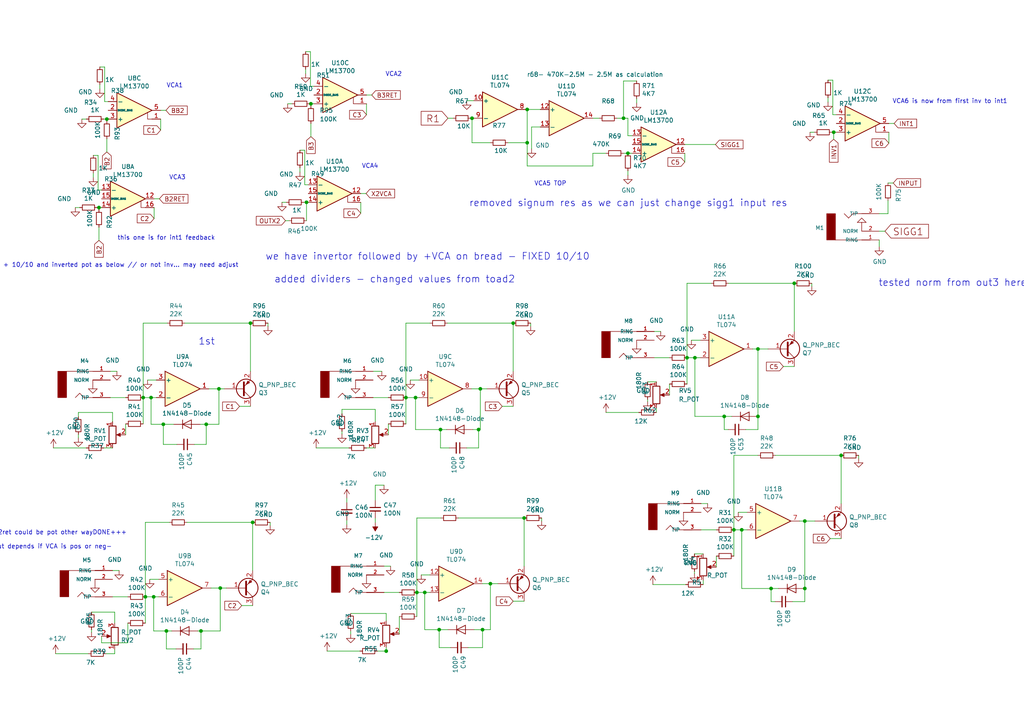
<source format=kicad_sch>
(kicad_sch (version 20211123) (generator eeschema)
  (paper "A4")
  (junction (at 152.908 41.402))
  (junction (at 138.811 124.587))
  (junction (at 72.644 93.726))
  (junction (at 112.014 188.849))
  (junction (at 123.19 171.831))
  (junction (at 212.852 153.67))
  (junction (at 58.293 183.007))
  (junction (at 182.118 44.45))
  (junction (at 73.279 151.511))
  (junction (at 201.549 103.759))
  (junction (at 90.17 30.099))
  (junction (at 59.817 123.063))
  (junction (at 152.019 150.241))
  (junction (at 199.263 103.759))
  (junction (at 148.844 93.726))
  (junction (at 63.881 170.561))
  (junction (at 233.426 151.13))
  (junction (at 210.058 120.777))
  (junction (at 43.815 115.316))
  (junction (at 41.529 115.316))
  (junction (at 215.138 153.67))
  (junction (at 233.426 170.688))
  (junction (at 136.906 34.29))
  (junction (at 28.702 60.198))
  (junction (at 219.837 101.219))
  (junction (at 241.808 38.354))
  (junction (at 120.523 115.316))
  (junction (at 127.762 124.587))
  (junction (at 142.24 169.291))
  (junction (at 63.5 112.776))
  (junction (at 88.9 58.674))
  (junction (at 48.26 183.007))
  (junction (at 230.378 82.169))
  (junction (at 139.954 182.626))
  (junction (at 47.371 123.063))
  (junction (at 44.577 173.101))
  (junction (at 30.988 34.544))
  (junction (at 120.904 171.831))
  (junction (at 243.967 132.08))
  (junction (at 127.381 182.626))
  (junction (at 180.848 34.29))
  (junction (at 223.647 170.688))
  (junction (at 152.908 31.75))
  (junction (at 42.164 173.101))
  (junction (at 139.319 112.776))
  (junction (at 117.729 115.316))
  (junction (at 219.837 120.777))
  (wire (pts (xy 241.554 33.274) (xy 242.57 33.274)))
  (wire (pts (xy 32.004 115.316) (xy 36.449 115.316)))
  (wire (pts (xy 198.628 41.91) (xy 207.518 41.91)))
  (wire (pts (xy 118.999 110.236) (xy 121.539 110.236)))
  (wire (pts (xy 29.464 184.531) (xy 29.464 186.436)))
  (wire (pts (xy 257.556 58.166) (xy 257.556 61.976)))
  (wire (pts (xy 127.762 124.587) (xy 127.762 129.921)))
  (wire (pts (xy 212.852 153.67) (xy 215.138 153.67)))
  (wire (pts (xy 63.5 123.063) (xy 63.5 112.776)))
  (wire (pts (xy 22.733 119.634) (xy 22.733 120.904)))
  (wire (pts (xy 136.779 112.776) (xy 139.319 112.776)))
  (wire (pts (xy 135.382 129.921) (xy 138.811 129.921)))
  (wire (pts (xy 42.799 110.236) (xy 45.339 110.236)))
  (wire (pts (xy 117.729 93.726) (xy 124.714 93.726)))
  (wire (pts (xy 28.702 65.913) (xy 28.702 69.723)))
  (wire (pts (xy -39.116 3.302) (xy -36.576 3.302)))
  (wire (pts (xy 182.118 34.29) (xy 182.118 39.37)))
  (wire (pts (xy 180.848 34.29) (xy 180.848 23.495)))
  (wire (pts (xy 189.357 169.545) (xy 198.882 169.545)))
  (wire (pts (xy 241.3 38.354) (xy 241.808 38.354)))
  (wire (pts (xy 42.164 151.511) (xy 49.149 151.511)))
  (wire (pts (xy 63.5 112.776) (xy 65.024 112.776)))
  (wire (pts (xy 59.817 123.063) (xy 63.5 123.063)))
  (wire (pts (xy -60.325 73.914) (xy -60.325 69.469)))
  (wire (pts (xy 229.87 174.498) (xy 233.426 174.498)))
  (wire (pts (xy 30.353 19.431) (xy 30.353 29.464)))
  (wire (pts (xy 82.804 64.008) (xy 83.82 64.008)))
  (wire (pts (xy -62.23 -34.798) (xy -60.325 -34.798)))
  (wire (pts (xy 152.908 31.75) (xy 152.908 41.402)))
  (wire (pts (xy 108.204 107.696) (xy 110.744 107.696)))
  (wire (pts (xy 215.138 153.67) (xy 215.138 170.688)))
  (wire (pts (xy 58.039 123.063) (xy 59.817 123.063)))
  (wire (pts (xy 120.523 124.587) (xy 120.523 115.316)))
  (wire (pts (xy 139.954 187.833) (xy 139.954 182.626)))
  (wire (pts (xy 148.844 174.371) (xy 152.019 174.371)))
  (wire (pts (xy 129.794 93.726) (xy 148.844 93.726)))
  (wire (pts (xy 56.388 128.905) (xy 59.817 128.905)))
  (wire (pts (xy 112.014 187.706) (xy 112.014 188.849)))
  (wire (pts (xy 201.549 103.759) (xy 201.549 120.777)))
  (wire (pts (xy -85.725 -39.243) (xy -83.82 -39.243)))
  (wire (pts (xy 44.069 -34.29) (xy 44.069 -33.02)))
  (wire (pts (xy 99.187 118.745) (xy 99.187 120.015)))
  (wire (pts (xy 106.299 27.559) (xy 107.823 27.559)))
  (wire (pts (xy 139.319 112.776) (xy 141.224 112.776)))
  (wire (pts (xy 104.648 58.674) (xy 104.648 61.849)))
  (wire (pts (xy 23.749 34.544) (xy 25.019 34.544)))
  (wire (pts (xy 210.058 124.587) (xy 211.201 124.587)))
  (wire (pts (xy -60.452 53.213) (xy -60.452 54.483)))
  (wire (pts (xy -12.446 118.11) (xy -9.906 118.11)))
  (wire (pts (xy -3.048 -44.577) (xy -1.143 -44.577)))
  (wire (pts (xy 255.016 67.056) (xy 256.667 67.056)))
  (wire (pts (xy 48.26 183.007) (xy 49.784 183.007)))
  (wire (pts (xy 43.815 115.316) (xy 43.815 123.063)))
  (wire (pts (xy 111.379 171.831) (xy 115.824 171.831)))
  (wire (pts (xy 30.353 29.464) (xy 31.369 29.464)))
  (wire (pts (xy -20.701 121.92) (xy -20.701 123.19)))
  (wire (pts (xy 58.293 183.007) (xy 58.293 188.214)))
  (wire (pts (xy 90.17 30.099) (xy 91.059 30.099)))
  (wire (pts (xy -60.452 59.563) (xy -60.452 60.833)))
  (wire (pts (xy 100.584 150.876) (xy 100.584 152.146)))
  (wire (pts (xy 1.016 -29.718) (xy 1.016 -28.448)))
  (wire (pts (xy 70.104 175.641) (xy 73.279 175.641)))
  (wire (pts (xy 120.904 171.831) (xy 120.904 178.816)))
  (wire (pts (xy 203.327 146.05) (xy 205.232 146.05)))
  (wire (pts (xy 234.95 38.354) (xy 236.22 38.354)))
  (wire (pts (xy 241.808 38.354) (xy 241.808 40.386)))
  (wire (pts (xy 257.556 53.086) (xy 259.08 53.086)))
  (wire (pts (xy 255.016 69.596) (xy 255.016 71.501)))
  (wire (pts (xy 175.768 44.45) (xy 171.958 44.45)))
  (wire (pts (xy 136.906 34.29) (xy 136.906 41.402)))
  (wire (pts (xy -75.565 8.255) (xy -73.66 8.255)))
  (wire (pts (xy 101.727 183.007) (xy 101.727 183.896)))
  (wire (pts (xy 154.178 36.83) (xy 156.718 36.83)))
  (wire (pts (xy 78.359 151.511) (xy 78.359 152.4)))
  (wire (pts (xy 28.194 60.198) (xy 28.702 60.198)))
  (wire (pts (xy 101.727 177.927) (xy 112.014 177.927)))
  (wire (pts (xy 30.099 129.921) (xy 32.639 129.921)))
  (wire (pts (xy 203.327 153.67) (xy 207.772 153.67)))
  (wire (pts (xy -37.084 -44.958) (xy -37.084 -43.053)))
  (wire (pts (xy 139.319 124.587) (xy 139.319 112.776)))
  (wire (pts (xy 136.906 34.29) (xy 137.414 34.29)))
  (wire (pts (xy 48.26 183.007) (xy 48.26 188.214)))
  (wire (pts (xy 122.174 166.751) (xy 124.714 166.751)))
  (wire (pts (xy 215.138 153.67) (xy 216.662 153.67)))
  (wire (pts (xy 83.439 30.099) (xy 84.709 30.099)))
  (wire (pts (xy 72.644 93.726) (xy 72.644 107.696)))
  (wire (pts (xy 231.902 151.13) (xy 233.426 151.13)))
  (wire (pts (xy 88.392 43.561) (xy 88.392 53.594)))
  (wire (pts (xy 33.274 188.341) (xy 33.274 189.611)))
  (wire (pts (xy 27.051 45.085) (xy 28.448 45.085)))
  (wire (pts (xy -42.545 132.588) (xy -42.545 133.731)))
  (wire (pts (xy -47.371 13.462) (xy -47.371 14.732)))
  (wire (pts (xy 88.138 58.674) (xy 88.9 58.674)))
  (wire (pts (xy 44.704 60.198) (xy 44.704 63.373)))
  (wire (pts (xy 123.19 171.831) (xy 124.714 171.831)))
  (wire (pts (xy 117.729 115.316) (xy 120.523 115.316)))
  (wire (pts (xy 224.917 132.08) (xy 243.967 132.08)))
  (wire (pts (xy 112.014 177.927) (xy 112.014 180.086)))
  (wire (pts (xy 147.32 41.402) (xy 152.908 41.402)))
  (wire (pts (xy 127.762 124.587) (xy 129.54 124.587)))
  (wire (pts (xy 210.058 120.777) (xy 210.058 124.587)))
  (wire (pts (xy 135.382 29.21) (xy 137.414 29.21)))
  (wire (pts (xy 255.016 61.976) (xy 257.556 61.976)))
  (wire (pts (xy 30.988 34.544) (xy 31.369 34.544)))
  (wire (pts (xy 240.157 23.241) (xy 241.554 23.241)))
  (wire (pts (xy -57.658 -53.594) (xy -57.658 -52.324)))
  (wire (pts (xy 120.523 124.587) (xy 127.762 124.587)))
  (wire (pts (xy 26.543 177.546) (xy 33.274 177.546)))
  (wire (pts (xy 152.019 150.241) (xy 152.019 164.211)))
  (wire (pts (xy -49.403 -59.309) (xy -49.403 -63.754)))
  (wire (pts (xy 108.839 150.241) (xy 108.839 151.511)))
  (wire (pts (xy -60.325 69.469) (xy -57.785 69.469)))
  (wire (pts (xy 99.187 118.745) (xy 108.839 118.745)))
  (wire (pts (xy 58.293 188.214) (xy 56.134 188.214)))
  (wire (pts (xy 212.852 132.08) (xy 219.837 132.08)))
  (wire (pts (xy 112.014 188.849) (xy 112.014 188.976)))
  (wire (pts (xy 131.445 34.29) (xy 129.921 34.29)))
  (wire (pts (xy 200.533 98.679) (xy 203.073 98.679)))
  (wire (pts (xy 53.594 93.726) (xy 72.644 93.726)))
  (wire (pts (xy 29.464 186.436) (xy 37.084 186.436)))
  (wire (pts (xy 41.529 115.316) (xy 41.529 122.936)))
  (wire (pts (xy 42.164 173.101) (xy 42.164 151.511)))
  (wire (pts (xy 30.099 34.544) (xy 30.988 34.544)))
  (wire (pts (xy 145.669 117.856) (xy 148.844 117.856)))
  (wire (pts (xy 199.263 103.759) (xy 199.263 82.169)))
  (wire (pts (xy 112.649 122.936) (xy 112.649 126.111)))
  (wire (pts (xy 90.17 30.734) (xy 90.17 30.099)))
  (wire (pts (xy 91.694 129.921) (xy 101.219 129.921)))
  (wire (pts (xy 37.084 180.721) (xy 37.084 186.436)))
  (wire (pts (xy 153.924 93.726) (xy 153.924 94.615)))
  (wire (pts (xy 240.792 156.21) (xy 243.967 156.21)))
  (wire (pts (xy 36.449 122.936) (xy 36.449 126.111)))
  (wire (pts (xy 120.904 171.831) (xy 120.904 150.241)))
  (wire (pts (xy 30.734 189.611) (xy 33.274 189.611)))
  (wire (pts (xy 152.654 31.75) (xy 152.908 31.75)))
  (wire (pts (xy 52.324 -40.005) (xy 52.324 -44.45)))
  (wire (pts (xy 42.164 173.101) (xy 44.577 173.101)))
  (wire (pts (xy 257.81 35.814) (xy 259.334 35.814)))
  (wire (pts (xy 152.908 48.133) (xy 171.958 48.133)))
  (wire (pts (xy 28.702 60.833) (xy 28.702 60.198)))
  (wire (pts (xy 52.324 -44.45) (xy 54.864 -44.45)))
  (wire (pts (xy 86.995 48.641) (xy 86.995 49.911)))
  (wire (pts (xy 201.549 103.759) (xy 203.073 103.759)))
  (wire (pts (xy 171.958 48.133) (xy 171.958 44.45)))
  (wire (pts (xy 89.789 30.099) (xy 90.17 30.099)))
  (wire (pts (xy -88.519 16.637) (xy -88.519 18.161)))
  (wire (pts (xy 227.203 106.299) (xy 230.378 106.299)))
  (wire (pts (xy 22.733 119.634) (xy 32.639 119.634)))
  (wire (pts (xy 137.541 182.626) (xy 139.954 182.626)))
  (wire (pts (xy 175.768 119.634) (xy 185.293 119.634)))
  (wire (pts (xy 182.118 39.37) (xy 183.388 39.37)))
  (wire (pts (xy 43.815 123.063) (xy 47.371 123.063)))
  (wire (pts (xy 42.164 173.101) (xy 42.164 180.721)))
  (wire (pts (xy 210.058 120.777) (xy 212.217 120.777)))
  (wire (pts (xy 32.639 173.101) (xy 37.084 173.101)))
  (wire (pts (xy 15.494 129.921) (xy 25.019 129.921)))
  (wire (pts (xy 218.313 101.219) (xy 219.837 101.219)))
  (wire (pts (xy 241.554 23.241) (xy 241.554 33.274)))
  (wire (pts (xy 187.833 115.824) (xy 187.833 116.459)))
  (wire (pts (xy 33.274 177.546) (xy 33.274 180.721)))
  (wire (pts (xy 154.178 36.83) (xy 154.178 43.18)))
  (wire (pts (xy 44.069 -41.529) (xy 44.069 -39.37)))
  (wire (pts (xy 138.811 124.587) (xy 139.319 124.587)))
  (wire (pts (xy 44.704 57.658) (xy 46.228 57.658)))
  (wire (pts (xy 243.967 132.08) (xy 243.967 146.05)))
  (wire (pts (xy 241.808 38.354) (xy 242.57 38.354)))
  (wire (pts (xy 136.525 34.29) (xy 136.906 34.29)))
  (wire (pts (xy 30.988 40.259) (xy 30.988 44.069)))
  (wire (pts (xy 127.381 182.626) (xy 129.921 182.626)))
  (wire (pts (xy 157.099 150.241) (xy 157.099 151.13)))
  (wire (pts (xy 127.381 182.626) (xy 127.381 187.833)))
  (wire (pts (xy 43.434 168.021) (xy 45.974 168.021)))
  (wire (pts (xy 94.869 188.849) (xy 104.394 188.849)))
  (wire (pts (xy 152.908 31.75) (xy 156.718 31.75)))
  (wire (pts (xy 90.17 35.814) (xy 90.17 39.624)))
  (wire (pts (xy 138.811 129.921) (xy 138.811 124.587)))
  (wire (pts (xy 88.646 20.066) (xy 88.646 21.336)))
  (wire (pts (xy 88.9 58.674) (xy 88.9 64.008)))
  (wire (pts (xy -20.701 128.27) (xy -20.701 129.54)))
  (wire (pts (xy 117.729 115.316) (xy 117.729 122.936)))
  (wire (pts (xy -42.545 116.459) (xy -42.545 117.348)))
  (wire (pts (xy 28.956 24.511) (xy 28.956 25.781)))
  (wire (pts (xy 26.543 182.626) (xy 26.543 183.388)))
  (wire (pts (xy 111.379 164.211) (xy 113.284 164.211)))
  (wire (pts (xy 47.371 128.905) (xy 51.308 128.905)))
  (wire (pts (xy 123.19 171.831) (xy 123.19 182.626)))
  (wire (pts (xy 194.183 111.379) (xy 194.183 114.554)))
  (wire (pts (xy 16.129 189.611) (xy 25.654 189.611)))
  (wire (pts (xy -57.658 -59.944) (xy -57.658 -58.674)))
  (wire (pts (xy 22.733 125.984) (xy 22.733 127)))
  (wire (pts (xy 86.995 43.561) (xy 88.392 43.561)))
  (wire (pts (xy 47.371 123.063) (xy 47.371 128.905)))
  (wire (pts (xy 148.844 93.726) (xy 148.844 107.696)))
  (wire (pts (xy 41.529 93.726) (xy 48.514 93.726)))
  (wire (pts (xy 28.448 45.085) (xy 28.448 55.118)))
  (wire (pts (xy 47.371 123.063) (xy 50.419 123.063)))
  (wire (pts (xy 48.26 188.214) (xy 51.054 188.214)))
  (wire (pts (xy 88.9 58.674) (xy 89.408 58.674)))
  (wire (pts (xy 203.962 168.275) (xy 203.962 169.545)))
  (wire (pts (xy -75.946 59.944) (xy -75.946 61.087)))
  (wire (pts (xy 108.839 145.161) (xy 108.839 140.716)))
  (wire (pts (xy -47.371 6.223) (xy -47.371 8.382)))
  (wire (pts (xy 120.904 171.831) (xy 123.19 171.831)))
  (wire (pts (xy -37.084 -62.103) (xy -37.084 -60.198)))
  (wire (pts (xy 214.122 148.59) (xy 216.662 148.59)))
  (wire (pts (xy 46.609 32.004) (xy 48.133 32.004)))
  (wire (pts (xy 90.043 14.986) (xy 90.043 25.019)))
  (wire (pts (xy 44.577 173.101) (xy 45.974 173.101)))
  (wire (pts (xy 184.658 28.575) (xy 184.658 29.845)))
  (wire (pts (xy 43.815 115.316) (xy 45.339 115.316)))
  (wire (pts (xy -88.519 0) (xy -88.519 1.397)))
  (wire (pts (xy 201.549 120.777) (xy 210.058 120.777)))
  (wire (pts (xy 100.584 144.526) (xy 100.584 145.796)))
  (wire (pts (xy 99.187 125.095) (xy 99.187 125.857)))
  (wire (pts (xy -75.946 76.327) (xy -75.946 77.343)))
  (wire (pts (xy 152.908 41.402) (xy 152.908 48.133)))
  (wire (pts (xy 73.279 151.511) (xy 73.279 165.481)))
  (wire (pts (xy 199.263 103.759) (xy 201.549 103.759)))
  (wire (pts (xy 44.577 183.007) (xy 48.26 183.007)))
  (wire (pts (xy 106.299 129.921) (xy 108.839 129.921)))
  (wire (pts (xy 127.381 187.833) (xy 130.683 187.833)))
  (wire (pts (xy 199.263 82.169) (xy 206.248 82.169)))
  (wire (pts (xy 180.848 44.45) (xy 182.118 44.45)))
  (wire (pts (xy 108.839 140.716) (xy 111.379 140.716)))
  (wire (pts (xy 216.281 124.587) (xy 219.837 124.587)))
  (wire (pts (xy 257.81 38.354) (xy 257.81 41.529)))
  (wire (pts (xy 41.529 115.316) (xy 41.529 93.726)))
  (wire (pts (xy 219.837 101.219) (xy 222.758 101.219)))
  (wire (pts (xy 219.837 124.587) (xy 219.837 120.777)))
  (wire (pts (xy 106.299 30.099) (xy 106.299 33.274)))
  (wire (pts (xy 235.458 82.169) (xy 235.458 83.058)))
  (wire (pts (xy 178.943 34.29) (xy 180.848 34.29)))
  (wire (pts (xy 19.304 -26.035) (xy 19.304 -24.13)))
  (wire (pts (xy 90.043 25.019) (xy 91.059 25.019)))
  (wire (pts (xy 182.118 44.45) (xy 183.388 44.45)))
  (wire (pts (xy 32.004 107.696) (xy 33.909 107.696)))
  (wire (pts (xy -12.446 127.635) (xy -12.446 128.905)))
  (wire (pts (xy 115.824 178.816) (xy 115.824 183.896)))
  (wire (pts (xy -49.403 -54.229) (xy -49.403 -52.959)))
  (wire (pts (xy -39.116 7.747) (xy -39.116 3.302)))
  (wire (pts (xy 180.848 23.495) (xy 184.658 23.495)))
  (wire (pts (xy 120.523 115.316) (xy 121.539 115.316)))
  (wire (pts (xy 69.469 117.856) (xy 72.644 117.856)))
  (wire (pts (xy 212.852 153.67) (xy 212.852 132.08)))
  (wire (pts (xy 46.609 34.544) (xy 46.609 37.719)))
  (wire (pts (xy 230.378 82.169) (xy 230.378 96.139)))
  (wire (pts (xy 61.214 170.561) (xy 63.881 170.561)))
  (wire (pts (xy 132.969 150.241) (xy 152.019 150.241)))
  (wire (pts (xy 32.639 165.481) (xy 34.544 165.481)))
  (wire (pts (xy 58.293 183.007) (xy 63.881 183.007)))
  (wire (pts (xy 59.817 128.905) (xy 59.817 123.063)))
  (wire (pts (xy 198.628 44.45) (xy 198.628 46.99)))
  (wire (pts (xy 123.19 182.626) (xy 127.381 182.626)))
  (wire (pts (xy 233.426 151.13) (xy 233.426 170.688)))
  (wire (pts (xy 233.426 151.13) (xy 236.347 151.13)))
  (wire (pts (xy 136.906 41.402) (xy 142.24 41.402)))
  (wire (pts (xy 187.833 110.744) (xy 190.373 110.744)))
  (wire (pts (xy 171.958 34.29) (xy 173.863 34.29)))
  (wire (pts (xy 108.204 115.316) (xy 112.649 115.316)))
  (wire (pts (xy 28.448 55.118) (xy 29.464 55.118)))
  (wire (pts (xy 127.762 129.921) (xy 130.302 129.921)))
  (wire (pts (xy 52.324 -34.925) (xy 52.324 -33.655)))
  (wire (pts (xy 21.844 60.198) (xy 23.114 60.198)))
  (wire (pts (xy 28.956 19.431) (xy 30.353 19.431)))
  (wire (pts (xy 199.263 103.759) (xy 199.263 111.379)))
  (wire (pts (xy 28.702 60.198) (xy 29.464 60.198)))
  (wire (pts (xy 207.772 161.29) (xy 207.772 164.465)))
  (wire (pts (xy 88.646 14.986) (xy 90.043 14.986)))
  (wire (pts (xy 104.648 56.134) (xy 106.172 56.134)))
  (wire (pts (xy 81.788 58.674) (xy 83.058 58.674)))
  (wire (pts (xy 137.16 124.587) (xy 138.811 124.587)))
  (wire (pts (xy -76.2 26.162) (xy -74.295 26.162)))
  (wire (pts (xy 223.647 170.688) (xy 225.806 170.688)))
  (wire (pts (xy 142.24 182.626) (xy 142.24 169.291)))
  (wire (pts (xy 182.118 49.53) (xy 182.118 50.8)))
  (wire (pts (xy 189.738 96.139) (xy 191.643 96.139)))
  (wire (pts (xy 189.738 103.759) (xy 194.183 103.759)))
  (wire (pts (xy 211.328 82.169) (xy 230.378 82.169)))
  (wire (pts (xy 19.304 -43.18) (xy 19.304 -41.275)))
  (wire (pts (xy 27.051 50.165) (xy 27.051 51.435)))
  (wire (pts (xy 77.724 93.726) (xy 77.724 94.615)))
  (wire (pts (xy 117.729 115.316) (xy 117.729 93.726)))
  (wire (pts (xy 190.373 118.364) (xy 190.373 119.634)))
  (wire (pts (xy 135.763 187.833) (xy 139.954 187.833)))
  (wire (pts (xy 60.579 112.776) (xy 63.5 112.776)))
  (wire (pts (xy 180.848 34.29) (xy 182.118 34.29)))
  (wire (pts (xy 57.404 183.007) (xy 58.293 183.007)))
  (wire (pts (xy 201.422 165.735) (xy 201.422 166.37)))
  (wire (pts (xy -49.403 -63.754) (xy -46.863 -63.754)))
  (wire (pts (xy -12.446 122.555) (xy -12.446 118.11)))
  (wire (pts (xy 139.954 182.626) (xy 142.24 182.626)))
  (wire (pts (xy 63.881 183.007) (xy 63.881 170.561)))
  (wire (pts (xy 120.904 150.241) (xy 127.889 150.241)))
  (wire (pts (xy 139.954 169.291) (xy 142.24 169.291)))
  (wire (pts (xy 63.881 170.561) (xy 65.659 170.561)))
  (wire (pts (xy 201.422 160.655) (xy 203.962 160.655)))
  (wire (pts (xy 41.529 115.316) (xy 43.815 115.316)))
  (wire (pts (xy 108.839 118.745) (xy 108.839 122.301)))
  (wire (pts (xy 30.988 35.179) (xy 30.988 34.544)))
  (wire (pts (xy -60.325 78.994) (xy -60.325 80.264)))
  (wire (pts (xy 215.138 170.688) (xy 223.647 170.688)))
  (wire (pts (xy 54.229 151.511) (xy 73.279 151.511)))
  (wire (pts (xy 223.647 170.688) (xy 223.647 174.498)))
  (wire (pts (xy 88.392 53.594) (xy 89.408 53.594)))
  (wire (pts (xy 223.647 174.498) (xy 224.79 174.498)))
  (wire (pts (xy 240.157 28.321) (xy 240.157 29.591)))
  (wire (pts (xy 32.639 119.634) (xy 32.639 122.301)))
  (wire (pts (xy 249.047 132.08) (xy 249.047 132.969)))
  (wire (pts (xy 44.577 173.101) (xy 44.577 183.007)))
  (wire (pts (xy 109.474 188.849) (xy 112.014 188.849)))
  (wire (pts (xy 233.426 174.498) (xy 233.426 170.688)))
  (wire (pts (xy -39.116 12.827) (xy -39.116 14.097)))
  (wire (pts (xy 142.24 169.291) (xy 144.399 169.291)))
  (wire (pts (xy 219.837 101.219) (xy 219.837 120.777)))
  (wire (pts (xy 212.852 153.67) (xy 212.852 161.29)))
  (text "VCA3\n" (at 49.022 52.324 0) (effects (font (size 1.27 1.27)) (justify left bottom)))
  (text "added dividers - changed values from toad2\n" (at 79.502 82.296 0) (effects (font (size 2.0066 2.0066)) (justify left bottom)))
  (text "VCA2" (at 111.76 22.352 0) (effects (font (size 1.27 1.27)) (justify left bottom)))
  (text "U11 - 074\n" (at -69.85 105.664 0) (effects (font (size 2.0066 2.0066)) (justify left bottom)))
  (text "B2ret could be pot other wayDONE+++\n\nbut depends if VCA is pos or neg-" (at -1.905 159.385 0) (effects (font (size 1.27 1.27)) (justify left bottom)))
  (text "U12 - LM13700\n" (at -112.268 -10.922 0) (effects (font (size 2.0066 2.0066)) (justify left bottom)))
  (text "tested norm from out3 here" (at 254.762 83.312 0) (effects (font (size 2.0066 2.0066)) (justify left bottom)))
  (text "1st\n" (at 57.5056 100.33 0) (effects (font (size 2.0066 2.0066)) (justify left bottom)))
  (text "VCA5 TOP" (at 154.94 54.102 0) (effects (font (size 1.27 1.27)) (justify left bottom)))
  (text "keep as + 10/10 and inverted pot as below // or not inv... may need adjust" (at -7.62 77.724 0) (effects (font (size 1.27 1.27)) (justify left bottom)))
  (text "VCA1\n" (at 48.26 25.654 0) (effects (font (size 1.27 1.27)) (justify left bottom)))
  (text "this one is for int1 feedback " (at 34.036 69.85 0) (effects (font (size 1.27 1.27)) (justify left bottom)))
  (text "removed signum res as we can just change sigg1 input res" (at 136.017 60.198 0) (effects (font (size 2.0066 2.0066)) (justify left bottom)))
  (text "VCA6 is now from first inv to int1" (at 258.826 30.226 0) (effects (font (size 1.27 1.27)) (justify left bottom)))
  (text "we have invertor followed by +VCA on bread - FIXED 10/10\n" (at 76.962 75.692 0) (effects (font (size 2.0066 2.0066)) (justify left bottom)))
  (text "VCA4" (at 104.902 49.022 0) (effects (font (size 1.27 1.27)) (justify left bottom)))
  (text "U9 - 074\n" (at -82.169 52.578 0) (effects (font (size 2.0066 2.0066)) (justify left bottom)))
  (text "U8-LM13700" (at -86.614 -50.419 0) (effects (font (size 2.0066 2.0066)) (justify left bottom)))
  (text "U10 - LM13700\n" (at -6.604 -60.325 0) (effects (font (size 2.0066 2.0066)) (justify left bottom)))
  (global_label "C1" (shape input) (at 69.469 117.856 180) (property "Intersheet References" "${INTERSHEET_REFS}" (effects hide)))
  (global_label "INT1" (shape input) (at 259.334 35.814 0) (property "Intersheet References" "${INTERSHEET_REFS}" (effects hide)))
  (global_label "C5" (shape input) (at 227.203 106.299 180) (property "Intersheet References" "${INTERSHEET_REFS}" (effects hide)))
  (global_label "C4" (shape input) (at 148.844 174.371 180) (property "Intersheet References" "${INTERSHEET_REFS}" (effects hide)))
  (global_label "R1" (shape input) (at 129.921 34.29 180) (effects (font (size 2.0066 2.0066))) (property "Intersheet References" "${INTERSHEET_REFS}" (effects hide)))
  (global_label "C2" (shape input) (at 44.704 63.373 180) (property "Intersheet References" "${INTERSHEET_REFS}" (effects hide)))
  (global_label "INV1" (shape input) (at 241.808 40.386 270) (property "Intersheet References" "${INTERSHEET_REFS}" (effects hide)))
  (global_label "C1" (shape input) (at 46.609 37.719 180) (property "Intersheet References" "${INTERSHEET_REFS}" (effects hide)))
  (global_label "BB2" (shape input) (at 48.133 32.004 0) (property "Intersheet References" "${INTERSHEET_REFS}" (effects hide)))
  (global_label "SIGG1" (shape input) (at 207.518 41.91 0) (property "Intersheet References" "${INTERSHEET_REFS}" (effects hide)))
  (global_label "C2" (shape input) (at 70.104 175.641 180) (property "Intersheet References" "${INTERSHEET_REFS}" (effects hide)))
  (global_label "C3" (shape input) (at 145.669 117.856 180) (property "Intersheet References" "${INTERSHEET_REFS}" (effects hide)))
  (global_label "C6" (shape input) (at 257.81 41.529 180) (property "Intersheet References" "${INTERSHEET_REFS}" (effects hide)))
  (global_label "X2VCA" (shape input) (at 106.172 56.134 0) (property "Intersheet References" "${INTERSHEET_REFS}" (effects hide)))
  (global_label "C3" (shape input) (at 106.299 33.274 180) (property "Intersheet References" "${INTERSHEET_REFS}" (effects hide)))
  (global_label "INPUT" (shape input) (at 259.08 53.086 0) (property "Intersheet References" "${INTERSHEET_REFS}" (effects hide)))
  (global_label "C4" (shape input) (at 104.648 61.849 180) (property "Intersheet References" "${INTERSHEET_REFS}" (effects hide)))
  (global_label "B2" (shape input) (at 28.702 69.723 270) (property "Intersheet References" "${INTERSHEET_REFS}" (effects hide)))
  (global_label "OUTX2" (shape input) (at 82.804 64.008 180) (property "Intersheet References" "${INTERSHEET_REFS}" (effects hide)))
  (global_label "B3" (shape input) (at 90.17 39.624 270) (property "Intersheet References" "${INTERSHEET_REFS}" (effects hide)))
  (global_label "SIGG1" (shape input) (at 256.667 67.056 0) (effects (font (size 2.0066 2.0066))) (property "Intersheet References" "${INTERSHEET_REFS}" (effects hide)))
  (global_label "B3RET" (shape input) (at 107.823 27.559 0) (property "Intersheet References" "${INTERSHEET_REFS}" (effects hide)))
  (global_label "B2" (shape input) (at 30.988 44.069 270) (property "Intersheet References" "${INTERSHEET_REFS}" (effects hide)))
  (global_label "C6" (shape input) (at 240.792 156.21 180) (property "Intersheet References" "${INTERSHEET_REFS}" (effects hide)))
  (global_label "C5" (shape input) (at 198.628 46.99 180) (property "Intersheet References" "${INTERSHEET_REFS}" (effects hide)))
  (global_label "B2RET" (shape input) (at 46.228 57.658 0) (property "Intersheet References" "${INTERSHEET_REFS}" (effects hide)))
  (symbol (lib_id "Device:R_Small") (at 38.989 122.936 270) (unit 1)
    (property "Reference" "R41" (at 38.989 117.9576 90))
    (property "Value" "100K" (at 38.989 120.269 90))
    (property "Footprint" "Resistor_SMD:R_0805_2012Metric" (effects hide))
  )
  (symbol (lib_id "Device:R_Small") (at 115.189 122.936 270) (unit 1)
    (property "Reference" "R57" (at 115.189 117.9576 90))
    (property "Value" "100K" (at 115.189 120.269 90))
    (property "Footprint" "Resistor_SMD:R_0805_2012Metric" (effects hide))
  )
  (symbol (lib_id "Device:R_Small") (at 118.364 178.816 270) (unit 1)
    (property "Reference" "R59" (at 118.364 173.8376 90))
    (property "Value" "100K" (at 118.364 176.149 90))
    (property "Footprint" "Resistor_SMD:R_0805_2012Metric" (effects hide))
  )
  (symbol (lib_id "Device:R_Small") (at 39.624 180.721 270) (unit 1)
    (property "Reference" "R43" (at 39.624 175.7426 90))
    (property "Value" "100K" (at 39.624 178.054 90))
    (property "Footprint" "Resistor_SMD:R_0805_2012Metric" (effects hide))
  )
  (symbol (lib_id "Device:R_Potentiometer") (at 32.639 126.111 0) (unit 1)
    (property "Reference" "RV1" (at 30.861 124.9426 0) (effects (justify right)))
    (property "Value" "R_POT" (at 30.861 127.254 0) (effects (justify right)))
    (property "Footprint" "new_kicad:Potentiometer_Alps-RK09" (effects hide))
  )
  (symbol (lib_id "power:GND") (at 22.733 127 0) (unit 1)
    (property "Reference" "#PWR083" (effects hide))
    (property "Value" "GND" (at 21.463 123.825 0))
  )
  (symbol (lib_id "Device:R_Small") (at 27.559 129.921 270) (unit 1)
    (property "Reference" "R37" (at 28.194 129.286 90))
    (property "Value" "7K" (at 25.654 132.461 90))
    (property "Footprint" "Resistor_SMD:R_0805_2012Metric" (effects hide))
  )
  (symbol (lib_id "toad2-rescue:+12V-power-allcolours_analogue-rescue") (at 15.494 129.921 0) (unit 1)
    (property "Reference" "#PWR079" (effects hide))
    (property "Value" "+12V-power" (at 15.875 125.5268 0))
  )
  (symbol (lib_id "Device:R_Potentiometer") (at 33.274 184.531 180) (unit 1)
    (property "Reference" "RV2" (at 35.052 185.6994 0) (effects (justify right)))
    (property "Value" "R_POT" (at 35.052 183.388 0) (effects (justify right)))
    (property "Footprint" "new_kicad:Potentiometer_Alps-RK09" (effects hide))
  )
  (symbol (lib_id "power:GND") (at 26.543 183.388 0) (unit 1)
    (property "Reference" "#PWR084" (effects hide))
    (property "Value" "GND" (at 25.273 180.213 0))
  )
  (symbol (lib_id "Device:R_Small") (at 28.194 189.611 270) (unit 1)
    (property "Reference" "R39" (at 28.829 188.976 90))
    (property "Value" "7K" (at 26.289 192.151 90))
    (property "Footprint" "Resistor_SMD:R_0805_2012Metric" (effects hide))
  )
  (symbol (lib_id "toad2-rescue:+12V-power-allcolours_analogue-rescue") (at 16.129 189.611 0) (unit 1)
    (property "Reference" "#PWR080" (effects hide))
    (property "Value" "+12V-power" (at 16.51 185.2168 0))
  )
  (symbol (lib_id "Device:R_Potentiometer") (at 112.014 183.896 0) (unit 1)
    (property "Reference" "RV4" (at 110.236 182.7276 0) (effects (justify right)))
    (property "Value" "R_POT" (at 110.236 185.039 0) (effects (justify right)))
    (property "Footprint" "new_kicad:Potentiometer_Alps-RK09" (effects hide))
  )
  (symbol (lib_id "power:GND") (at 101.727 183.896 0) (unit 1)
    (property "Reference" "#PWR0102" (effects hide))
    (property "Value" "GND" (at 100.457 180.721 0))
  )
  (symbol (lib_id "Device:R_Small") (at 106.934 188.849 270) (unit 1)
    (property "Reference" "R55" (at 107.569 188.214 90))
    (property "Value" "7K" (at 105.029 191.389 90))
    (property "Footprint" "Resistor_SMD:R_0805_2012Metric" (effects hide))
  )
  (symbol (lib_id "toad2-rescue:+12V-power-allcolours_analogue-rescue") (at 94.869 188.849 0) (unit 1)
    (property "Reference" "#PWR098" (effects hide))
    (property "Value" "+12V-power" (at 95.25 184.4548 0))
  )
  (symbol (lib_id "Device:R_Potentiometer") (at 108.839 126.111 0) (unit 1)
    (property "Reference" "RV3" (at 107.061 124.9426 0) (effects (justify right)))
    (property "Value" "R_POT" (at 107.061 127.254 0) (effects (justify right)))
    (property "Footprint" "new_kicad:Potentiometer_Alps-RK09" (effects hide))
  )
  (symbol (lib_id "power:GND") (at 99.187 125.857 0) (unit 1)
    (property "Reference" "#PWR099" (effects hide))
    (property "Value" "GND" (at 97.917 122.682 0))
  )
  (symbol (lib_id "Device:R_Small") (at 103.759 129.921 270) (unit 1)
    (property "Reference" "R54" (at 103.9368 127.7112 90))
    (property "Value" "7K" (at 101.854 132.461 90))
    (property "Footprint" "Resistor_SMD:R_0805_2012Metric" (effects hide))
  )
  (symbol (lib_id "toad2-rescue:+12V-power-allcolours_analogue-rescue") (at 91.694 129.921 0) (unit 1)
    (property "Reference" "#PWR097" (effects hide))
    (property "Value" "+12V-power" (at 92.075 125.5268 0))
  )
  (symbol (lib_id "Amplifier_Operational:TL074") (at 52.959 112.776 0) (unit 1)
    (property "Reference" "U9" (at 52.959 103.4542 0))
    (property "Value" "TL074" (at 52.959 105.7656 0))
    (property "Footprint" "Package_SO:SOIC-14_3.9x8.7mm_P1.27mm" (effects hide))
    (property "Datasheet" "http://www.ti.com/lit/ds/symlink/tl071.pdf" (effects hide))
  )
  (symbol (lib_id "Amplifier_Operational:TL074") (at 53.594 170.561 0) (unit 2)
    (property "Reference" "U9" (at 53.594 161.2392 0))
    (property "Value" "TL074" (at 53.594 163.5506 0))
    (property "Footprint" "Package_SO:SOIC-14_3.9x8.7mm_P1.27mm" (effects hide))
    (property "Datasheet" "http://www.ti.com/lit/ds/symlink/tl071.pdf" (effects hide))
  )
  (symbol (lib_id "Amplifier_Operational:TL074") (at 129.159 112.776 0) (unit 3)
    (property "Reference" "U9" (at 129.159 103.4542 0))
    (property "Value" "TL074" (at 129.159 105.7656 0))
    (property "Footprint" "Package_SO:SOIC-14_3.9x8.7mm_P1.27mm" (effects hide))
    (property "Datasheet" "http://www.ti.com/lit/ds/symlink/tl071.pdf" (effects hide))
  )
  (symbol (lib_id "Amplifier_Operational:TL074") (at 132.334 169.291 0) (unit 4)
    (property "Reference" "U9" (at 132.334 159.9692 0))
    (property "Value" "TL074" (at 132.334 162.2806 0))
    (property "Footprint" "Package_SO:SOIC-14_3.9x8.7mm_P1.27mm" (effects hide))
    (property "Datasheet" "http://www.ti.com/lit/ds/symlink/tl071.pdf" (effects hide))
  )
  (symbol (lib_id "Device:C_Small") (at 100.584 148.336 0) (unit 1)
    (property "Reference" "C46" (at 102.9208 147.1676 0) (effects (justify left)))
    (property "Value" "100N" (at 102.9208 149.479 0) (effects (justify left)))
    (property "Footprint" "Capacitor_SMD:C_0805_2012Metric" (effects hide))
  )
  (symbol (lib_id "Device:C_Small") (at 108.839 147.701 0) (unit 1)
    (property "Reference" "C47" (at 111.1758 146.5326 0) (effects (justify left)))
    (property "Value" "100N" (at 111.1758 148.844 0) (effects (justify left)))
    (property "Footprint" "Capacitor_SMD:C_0805_2012Metric" (effects hide))
  )
  (symbol (lib_id "toad2-rescue:+12V-power-allcolours_analogue-rescue") (at 100.584 144.526 0) (unit 1)
    (property "Reference" "#PWR0100" (effects hide))
    (property "Value" "+12V-power" (at 100.965 140.1318 0))
  )
  (symbol (lib_id "power:-12V") (at 108.839 151.511 180) (unit 1)
    (property "Reference" "#PWR0103" (effects hide))
    (property "Value" "-12V" (at 108.458 155.9052 0))
  )
  (symbol (lib_id "power:GND") (at 100.584 152.146 0) (unit 1)
    (property "Reference" "#PWR0101" (effects hide))
    (property "Value" "GND" (at 99.314 148.971 0))
  )
  (symbol (lib_id "power:GND") (at 111.379 140.716 0) (unit 1)
    (property "Reference" "#PWR0105" (effects hide))
    (property "Value" "GND" (at 110.109 137.541 0))
  )
  (symbol (lib_id "Device:C_Small") (at -20.701 125.73 0) (unit 1)
    (property "Reference" "C42" (at -18.3642 124.5616 0) (effects (justify left)))
    (property "Value" "100N" (at -18.3642 126.873 0) (effects (justify left)))
    (property "Footprint" "Capacitor_SMD:C_0805_2012Metric" (effects hide))
  )
  (symbol (lib_id "Device:C_Small") (at -12.446 125.095 0) (unit 1)
    (property "Reference" "C43" (at -10.1092 123.9266 0) (effects (justify left)))
    (property "Value" "100N" (at -10.1092 126.238 0) (effects (justify left)))
    (property "Footprint" "Capacitor_SMD:C_0805_2012Metric" (effects hide))
  )
  (symbol (lib_id "toad2-rescue:+12V-power-allcolours_analogue-rescue") (at -20.701 121.92 0) (unit 1)
    (property "Reference" "#PWR073" (effects hide))
    (property "Value" "+12V-power" (at -20.32 117.5258 0))
  )
  (symbol (lib_id "power:-12V") (at -12.446 128.905 180) (unit 1)
    (property "Reference" "#PWR077" (effects hide))
    (property "Value" "-12V" (at -12.827 133.2992 0))
  )
  (symbol (lib_id "power:GND") (at -20.701 129.54 0) (unit 1)
    (property "Reference" "#PWR074" (effects hide))
    (property "Value" "GND" (at -21.971 126.365 0))
  )
  (symbol (lib_id "power:GND") (at -9.906 118.11 0) (unit 1)
    (property "Reference" "#PWR078" (effects hide))
    (property "Value" "GND" (at -11.176 114.935 0))
  )
  (symbol (lib_id "Amplifier_Operational:LM13700") (at 37.084 57.658 0) (unit 1)
    (property "Reference" "U8" (at 37.084 48.3362 0))
    (property "Value" "LM13700" (at 37.084 50.6476 0))
    (property "Footprint" "Package_SO:SOIC-16_3.9x9.9mm_P1.27mm" (effects hide))
    (property "Datasheet" "http://www.ti.com/lit/ds/symlink/lm13700.pdf" (effects hide))
  )
  (symbol (lib_id "Amplifier_Operational:LM13700") (at -52.705 -34.798 0) (unit 2)
    (property "Reference" "U8" (at -55.245 -43.6372 0))
    (property "Value" "LM13700" (at -55.245 -41.3258 0))
    (property "Footprint" "Package_SO:SOIC-16_3.9x9.9mm_P1.27mm" (effects hide))
    (property "Datasheet" "http://www.ti.com/lit/ds/symlink/lm13700.pdf" (effects hide))
  )
  (symbol (lib_id "Amplifier_Operational:LM13700") (at 38.989 32.004 0) (unit 3)
    (property "Reference" "U8" (at 38.989 22.6822 0))
    (property "Value" "LM13700" (at 38.989 24.9936 0))
    (property "Footprint" "Package_SO:SOIC-16_3.9x9.9mm_P1.27mm" (effects hide))
    (property "Datasheet" "http://www.ti.com/lit/ds/symlink/lm13700.pdf" (effects hide))
  )
  (symbol (lib_id "Amplifier_Operational:LM13700") (at -76.2 -39.243 0) (unit 4)
    (property "Reference" "U8" (at -78.74 -48.0822 0))
    (property "Value" "LM13700" (at -78.74 -45.7708 0))
    (property "Footprint" "Package_SO:SOIC-16_3.9x9.9mm_P1.27mm" (effects hide))
    (property "Datasheet" "http://www.ti.com/lit/ds/symlink/lm13700.pdf" (effects hide))
  )
  (symbol (lib_id "Amplifier_Operational:LM13700") (at -34.544 -52.578 0) (unit 5)
    (property "Reference" "U8" (at -35.6108 -53.7464 0) (effects (justify left)))
    (property "Value" "LM13700" (at -35.6108 -51.435 0) (effects (justify left)))
    (property "Footprint" "Package_SO:SOIC-16_3.9x9.9mm_P1.27mm" (effects hide))
    (property "Datasheet" "http://www.ti.com/lit/ds/symlink/lm13700.pdf" (effects hide))
  )
  (symbol (lib_id "power:GND") (at -62.23 -34.798 0) (unit 1)
    (property "Reference" "#PWR072" (effects hide))
    (property "Value" "GND" (at -62.103 -30.4038 0))
  )
  (symbol (lib_id "power:GND") (at -85.725 -39.243 0) (unit 1)
    (property "Reference" "#PWR063" (effects hide))
    (property "Value" "GND" (at -85.598 -34.8488 0))
  )
  (symbol (lib_id "Device:R_Small") (at 28.956 21.971 180) (unit 1)
    (property "Reference" "R38" (at 32.131 26.289 0) (effects (justify right)))
    (property "Value" "1K" (at 30.4546 23.114 0) (effects (justify right)))
    (property "Footprint" "Resistor_SMD:R_0805_2012Metric" (effects hide))
  )
  (symbol (lib_id "power:GND") (at 28.956 25.781 0) (unit 1)
    (property "Reference" "#PWR086" (effects hide))
    (property "Value" "GND" (at 24.765 26.67 0))
  )
  (symbol (lib_id "toad2-rescue:+12V-power-allcolours_analogue-rescue") (at -37.084 -62.103 0) (unit 1)
    (property "Reference" "#PWR064" (effects hide))
    (property "Value" "+12V-power" (at -36.703 -66.4972 0))
  )
  (symbol (lib_id "power:-12V") (at -37.084 -43.053 180) (unit 1)
    (property "Reference" "#PWR065" (effects hide))
    (property "Value" "-12V" (at -37.465 -38.6588 0))
  )
  (symbol (lib_id "power:GND") (at 23.749 34.544 0) (unit 1)
    (property "Reference" "#PWR082" (effects hide))
    (property "Value" "GND" (at 20.574 32.004 0))
  )
  (symbol (lib_id "Device:R_Small") (at 27.559 34.544 270) (unit 1)
    (property "Reference" "R34" (at 26.289 29.718 90))
    (property "Value" "1K" (at 27.559 31.877 90))
    (property "Footprint" "Resistor_SMD:R_0805_2012Metric" (effects hide))
  )
  (symbol (lib_id "Device:Q_PNP_BEC") (at 70.104 112.776 0) (mirror x) (unit 1)
    (property "Reference" "Q3" (at 74.9554 113.9444 0) (effects (justify left)))
    (property "Value" "Q_PNP_BEC" (at 74.9554 111.633 0) (effects (justify left)))
    (property "Footprint" "Package_TO_SOT_SMD:TSOT-23" (effects hide))
  )
  (symbol (lib_id "Amplifier_Operational:LM13700") (at 191.008 41.91 0) (unit 1)
    (property "Reference" "U12" (at 191.008 32.5882 0))
    (property "Value" "LM13700" (at 191.008 34.8996 0))
    (property "Footprint" "Package_SO:SOIC-16_3.9x9.9mm_P1.27mm" (effects hide))
    (property "Datasheet" "http://www.ti.com/lit/ds/symlink/lm13700.pdf" (effects hide))
  )
  (symbol (lib_id "Amplifier_Operational:LM13700") (at -66.04 8.255 0) (unit 2)
    (property "Reference" "U12" (at -68.58 -0.5842 0))
    (property "Value" "LM13700" (at -68.58 1.7272 0))
    (property "Footprint" "Package_SO:SOIC-16_3.9x9.9mm_P1.27mm" (effects hide))
    (property "Datasheet" "http://www.ti.com/lit/ds/symlink/lm13700.pdf" (effects hide))
  )
  (symbol (lib_id "Amplifier_Operational:LM13700") (at 98.679 27.559 0) (unit 3)
    (property "Reference" "U10" (at 98.679 18.2372 0))
    (property "Value" "LM13700" (at 98.679 20.5486 0))
    (property "Footprint" "Package_SO:SOIC-16_3.9x9.9mm_P1.27mm" (effects hide))
    (property "Datasheet" "http://www.ti.com/lit/ds/symlink/lm13700.pdf" (effects hide))
  )
  (symbol (lib_id "Amplifier_Operational:LM13700") (at 6.477 -44.577 0) (unit 4)
    (property "Reference" "U10" (at 3.937 -53.4162 0))
    (property "Value" "LM13700" (at 3.937 -51.1048 0))
    (property "Footprint" "Package_SO:SOIC-16_3.9x9.9mm_P1.27mm" (effects hide))
    (property "Datasheet" "http://www.ti.com/lit/ds/symlink/lm13700.pdf" (effects hide))
  )
  (symbol (lib_id "Amplifier_Operational:LM13700") (at 21.844 -33.655 0) (unit 5)
    (property "Reference" "U10" (at 20.7772 -34.8234 0) (effects (justify left)))
    (property "Value" "LM13700" (at 20.7772 -32.512 0) (effects (justify left)))
    (property "Footprint" "Package_SO:SOIC-16_3.9x9.9mm_P1.27mm" (effects hide))
    (property "Datasheet" "http://www.ti.com/lit/ds/symlink/lm13700.pdf" (effects hide))
  )
  (symbol (lib_id "power:GND") (at -75.565 8.255 0) (unit 1)
    (property "Reference" "#PWR0136" (effects hide))
    (property "Value" "GND" (at -75.438 12.6492 0))
  )
  (symbol (lib_id "power:GND") (at -3.048 -44.577 0) (unit 1)
    (property "Reference" "#PWR0116" (effects hide))
    (property "Value" "GND" (at -2.921 -40.1828 0))
  )
  (symbol (lib_id "toad2-rescue:+12V-power-allcolours_analogue-rescue") (at 19.304 -43.18 0) (unit 1)
    (property "Reference" "#PWR075" (effects hide))
    (property "Value" "+12V-power" (at 19.685 -47.5742 0))
  )
  (symbol (lib_id "power:-12V") (at 19.304 -24.13 180) (unit 1)
    (property "Reference" "#PWR076" (effects hide))
    (property "Value" "-12V" (at 18.923 -19.7358 0))
  )
  (symbol (lib_id "Device:R_Small") (at 178.308 44.45 270) (unit 1)
    (property "Reference" "R69" (at 178.308 39.4716 90))
    (property "Value" "470K" (at 174.371 41.783 90))
    (property "Footprint" "Resistor_SMD:R_0805_2012Metric" (effects hide))
  )
  (symbol (lib_id "Device:R_Small") (at 182.118 46.99 180) (unit 1)
    (property "Reference" "R70" (at 183.6166 45.8216 0) (effects (justify right)))
    (property "Value" "4K7" (at 183.6166 48.133 0) (effects (justify right)))
    (property "Footprint" "Resistor_SMD:R_0805_2012Metric" (effects hide))
  )
  (symbol (lib_id "power:GND") (at 182.118 50.8 0) (unit 1)
    (property "Reference" "#PWR0132" (effects hide))
    (property "Value" "GND" (at 182.245 55.1942 0))
  )
  (symbol (lib_id "Device:R_Small") (at 51.054 93.726 270) (unit 1)
    (property "Reference" "R44" (at 51.054 88.7476 90))
    (property "Value" "22K" (at 51.054 91.059 90))
    (property "Footprint" "Resistor_SMD:R_0805_2012Metric" (effects hide))
  )
  (symbol (lib_id "Device:R_Small") (at 38.989 115.316 270) (unit 1)
    (property "Reference" "R40" (at 38.989 110.3376 90))
    (property "Value" "100K" (at 38.989 112.649 90))
    (property "Footprint" "Resistor_SMD:R_0805_2012Metric" (effects hide))
  )
  (symbol (lib_id "power:GND") (at 42.799 110.236 0) (unit 1)
    (property "Reference" "#PWR089" (effects hide))
    (property "Value" "GND" (at 41.529 107.061 0))
  )
  (symbol (lib_id "power:GND") (at 33.909 107.696 0) (unit 1)
    (property "Reference" "#PWR087" (effects hide))
    (property "Value" "GND" (at 32.639 104.521 0))
  )
  (symbol (lib_id "Device:Q_PNP_BEC") (at 70.739 170.561 0) (mirror x) (unit 1)
    (property "Reference" "Q4" (at 75.5904 171.7294 0) (effects (justify left)))
    (property "Value" "Q_PNP_BEC" (at 75.5904 169.418 0) (effects (justify left)))
    (property "Footprint" "Package_TO_SOT_SMD:TSOT-23" (effects hide))
  )
  (symbol (lib_id "Device:R_Small") (at 51.689 151.511 270) (unit 1)
    (property "Reference" "R45" (at 51.689 146.5326 90))
    (property "Value" "22K" (at 51.689 148.844 90))
    (property "Footprint" "Resistor_SMD:R_0805_2012Metric" (effects hide))
  )
  (symbol (lib_id "Device:R_Small") (at 39.624 173.101 270) (unit 1)
    (property "Reference" "R42" (at 39.624 168.1226 90))
    (property "Value" "100K" (at 39.624 170.434 90))
    (property "Footprint" "Resistor_SMD:R_0805_2012Metric" (effects hide))
  )
  (symbol (lib_id "power:GND") (at 43.434 168.021 0) (unit 1)
    (property "Reference" "#PWR090" (effects hide))
    (property "Value" "GND" (at 42.164 164.846 0))
  )
  (symbol (lib_id "power:GND") (at 34.544 165.481 0) (unit 1)
    (property "Reference" "#PWR088" (effects hide))
    (property "Value" "GND" (at 33.274 162.306 0))
  )
  (symbol (lib_id "Device:Q_PNP_BEC") (at 146.304 112.776 0) (mirror x) (unit 1)
    (property "Reference" "Q5" (at 151.1554 113.9444 0) (effects (justify left)))
    (property "Value" "Q_PNP_BEC" (at 151.1554 111.633 0) (effects (justify left)))
    (property "Footprint" "Package_TO_SOT_SMD:TSOT-23" (effects hide))
  )
  (symbol (lib_id "Device:R_Small") (at 127.254 93.726 270) (unit 1)
    (property "Reference" "R60" (at 127.254 88.7476 90))
    (property "Value" "22K" (at 127.254 91.059 90))
    (property "Footprint" "Resistor_SMD:R_0805_2012Metric" (effects hide))
  )
  (symbol (lib_id "Device:R_Small") (at 115.189 115.316 270) (unit 1)
    (property "Reference" "R56" (at 115.189 110.3376 90))
    (property "Value" "100K" (at 115.189 112.649 90))
    (property "Footprint" "Resistor_SMD:R_0805_2012Metric" (effects hide))
  )
  (symbol (lib_id "power:GND") (at 118.999 110.236 0) (unit 1)
    (property "Reference" "#PWR0108" (effects hide))
    (property "Value" "GND" (at 117.729 107.061 0))
  )
  (symbol (lib_id "power:GND") (at 110.744 107.696 0) (unit 1)
    (property "Reference" "#PWR0104" (effects hide))
    (property "Value" "GND" (at 109.474 104.521 0))
  )
  (symbol (lib_id "Device:Q_PNP_BEC") (at 149.479 169.291 0) (mirror x) (unit 1)
    (property "Reference" "Q6" (at 154.3304 170.4594 0) (effects (justify left)))
    (property "Value" "Q_PNP_BEC" (at 154.3304 168.148 0) (effects (justify left)))
    (property "Footprint" "Package_TO_SOT_SMD:TSOT-23" (effects hide))
  )
  (symbol (lib_id "Device:R_Small") (at 130.429 150.241 270) (unit 1)
    (property "Reference" "R61" (at 130.429 145.2626 90))
    (property "Value" "22K" (at 130.429 147.574 90))
    (property "Footprint" "Resistor_SMD:R_0805_2012Metric" (effects hide))
  )
  (symbol (lib_id "Device:R_Small") (at 118.364 171.831 270) (unit 1)
    (property "Reference" "R58" (at 118.364 166.8526 90))
    (property "Value" "100K" (at 118.364 169.164 90))
    (property "Footprint" "Resistor_SMD:R_0805_2012Metric" (effects hide))
  )
  (symbol (lib_id "power:GND") (at 122.174 166.751 0) (unit 1)
    (property "Reference" "#PWR0109" (effects hide))
    (property "Value" "GND" (at 120.904 163.576 0))
  )
  (symbol (lib_id "power:GND") (at 113.284 164.211 0) (unit 1)
    (property "Reference" "#PWR0106" (effects hide))
    (property "Value" "GND" (at 112.014 161.036 0))
  )
  (symbol (lib_id "power:GND") (at 154.178 43.18 0) (unit 1)
    (property "Reference" "#PWR0127" (effects hide))
    (property "Value" "GND" (at 157.353 42.164 0))
  )
  (symbol (lib_id "Device:C_Small") (at 44.069 -36.83 0) (unit 1)
    (property "Reference" "C52" (at 46.4058 -37.9984 0) (effects (justify left)))
    (property "Value" "100N" (at 46.4058 -35.687 0) (effects (justify left)))
    (property "Footprint" "Capacitor_SMD:C_0805_2012Metric" (effects hide))
  )
  (symbol (lib_id "Device:C_Small") (at 52.324 -37.465 0) (unit 1)
    (property "Reference" "C54" (at 54.6608 -38.6334 0) (effects (justify left)))
    (property "Value" "100N" (at 54.6608 -36.322 0) (effects (justify left)))
    (property "Footprint" "Capacitor_SMD:C_0805_2012Metric" (effects hide))
  )
  (symbol (lib_id "toad2-rescue:+12V-power-allcolours_analogue-rescue") (at 44.069 -41.529 0) (unit 1)
    (property "Reference" "#PWR0121" (effects hide))
    (property "Value" "+12V-power" (at 40.64 -45.847 0))
  )
  (symbol (lib_id "power:-12V") (at 52.324 -33.655 180) (unit 1)
    (property "Reference" "#PWR0125" (effects hide))
    (property "Value" "-12V" (at 51.943 -29.2608 0))
  )
  (symbol (lib_id "power:GND") (at 44.069 -33.02 0) (unit 1)
    (property "Reference" "#PWR0122" (effects hide))
    (property "Value" "GND" (at 42.799 -36.195 0))
  )
  (symbol (lib_id "power:GND") (at 54.864 -44.45 0) (unit 1)
    (property "Reference" "#PWR0126" (effects hide))
    (property "Value" "GND" (at 53.594 -47.625 0))
  )
  (symbol (lib_id "Device:R_Small") (at 176.403 34.29 270) (unit 1)
    (property "Reference" "R68" (at 176.403 29.3116 90))
    (property "Value" "r68- 470K-2.5M - 2.5M as calculation" (at 172.593 21.59 90))
    (property "Footprint" "Resistor_SMD:R_0805_2012Metric" (effects hide))
  )
  (symbol (lib_id "toad2-rescue:1N4148-Diode-allcolours_analogue-rescue") (at 54.229 123.063 0) (unit 1)
    (property "Reference" "D5" (at 54.229 117.5766 0))
    (property "Value" "1N4148-Diode" (at 54.229 119.888 0))
    (property "Footprint" "Diode_SMD:D_SOD-123" (effects hide))
  )
  (symbol (lib_id "toad2-rescue:1N4148-Diode-allcolours_analogue-rescue") (at 133.35 124.587 0) (unit 1)
    (property "Reference" "D6" (at 133.35 119.1006 0))
    (property "Value" "1N4148-Diode" (at 133.35 121.412 0))
    (property "Footprint" "Diode_SMD:D_SOD-123" (effects hide))
  )
  (symbol (lib_id "toad2-rescue:1N4148-Diode-allcolours_analogue-rescue") (at 133.731 182.626 0) (unit 1)
    (property "Reference" "D7" (at 133.731 177.1396 0))
    (property "Value" "1N4148-Diode" (at 133.731 179.451 0))
    (property "Footprint" "Diode_SMD:D_SOD-123" (effects hide))
  )
  (symbol (lib_id "toad2-rescue:1N4148-Diode-allcolours_analogue-rescue") (at 53.594 183.007 0) (unit 1)
    (property "Reference" "D4" (at 53.594 177.5206 0))
    (property "Value" "1N4148-Diode" (at 53.594 179.832 0))
    (property "Footprint" "Diode_SMD:D_SOD-123" (effects hide))
  )
  (symbol (lib_id "toad2-rescue:1N4148-Diode-allcolours_analogue-rescue") (at 216.027 120.777 0) (unit 1)
    (property "Reference" "D8" (at 216.027 115.2906 0))
    (property "Value" "1N4148-Diode" (at 216.027 117.602 0))
    (property "Footprint" "Diode_SMD:D_SOD-123" (effects hide))
  )
  (symbol (lib_id "Device:Q_PNP_BEC") (at 227.838 101.219 0) (mirror x) (unit 1)
    (property "Reference" "Q7" (at 232.6894 102.3874 0) (effects (justify left)))
    (property "Value" "Q_PNP_BEC" (at 232.6894 100.076 0) (effects (justify left)))
    (property "Footprint" "Package_TO_SOT_SMD:TSOT-23" (effects hide))
  )
  (symbol (lib_id "Device:R_Small") (at 208.788 82.169 270) (unit 1)
    (property "Reference" "R66" (at 208.788 77.1906 90))
    (property "Value" "22K" (at 208.788 79.502 90))
    (property "Footprint" "Resistor_SMD:R_0805_2012Metric" (effects hide))
  )
  (symbol (lib_id "Device:R_Small") (at 196.723 103.759 270) (unit 1)
    (property "Reference" "R63" (at 196.723 98.7806 90))
    (property "Value" "100K" (at 196.723 101.092 90))
    (property "Footprint" "Resistor_SMD:R_0805_2012Metric" (effects hide))
  )
  (symbol (lib_id "power:GND") (at 200.533 98.679 0) (unit 1)
    (property "Reference" "#PWR0120" (effects hide))
    (property "Value" "GND" (at 199.263 95.504 0))
  )
  (symbol (lib_id "power:GND") (at 191.643 96.139 0) (unit 1)
    (property "Reference" "#PWR0119" (effects hide))
    (property "Value" "GND" (at 190.373 92.964 0))
  )
  (symbol (lib_id "Device:R_Small") (at 196.723 111.379 270) (unit 1)
    (property "Reference" "R64" (at 196.723 106.4006 90))
    (property "Value" "100K" (at 196.723 108.712 90))
    (property "Footprint" "Resistor_SMD:R_0805_2012Metric" (effects hide))
  )
  (symbol (lib_id "Device:R_Potentiometer") (at 190.373 114.554 0) (unit 1)
    (property "Reference" "RV5" (at 196.85 113.2839 0) (effects (justify left)))
    (property "Value" "R_POT" (at 196.85 115.8239 0) (effects (justify left)))
    (property "Footprint" "new_kicad:Potentiometer_Alps-RK09" (effects hide))
  )
  (symbol (lib_id "power:GND") (at 187.833 116.459 0) (unit 1)
    (property "Reference" "#PWR0118" (effects hide))
    (property "Value" "GND" (at 186.563 113.284 0))
  )
  (symbol (lib_id "Device:R_Small") (at 187.833 119.634 270) (unit 1)
    (property "Reference" "R62" (at 188.468 118.999 90))
    (property "Value" "12K" (at 185.928 122.174 90))
    (property "Footprint" "Resistor_SMD:R_0805_2012Metric" (effects hide))
  )
  (symbol (lib_id "toad2-rescue:+12V-power-allcolours_analogue-rescue") (at 175.768 119.634 0) (unit 1)
    (property "Reference" "#PWR0117" (effects hide))
    (property "Value" "+12V-power" (at 176.149 115.2398 0))
  )
  (symbol (lib_id "Device:C_Small") (at -60.452 57.023 0) (unit 1)
    (property "Reference" "C40" (at -58.1152 55.8546 0) (effects (justify left)))
    (property "Value" "100N" (at -58.1152 58.166 0) (effects (justify left)))
    (property "Footprint" "Capacitor_SMD:C_0805_2012Metric" (effects hide))
  )
  (symbol (lib_id "Device:C_Small") (at -60.325 76.454 0) (unit 1)
    (property "Reference" "C41" (at -57.9882 75.2856 0) (effects (justify left)))
    (property "Value" "100N" (at -57.9882 77.597 0) (effects (justify left)))
    (property "Footprint" "Capacitor_SMD:C_0805_2012Metric" (effects hide))
  )
  (symbol (lib_id "toad2-rescue:+12V-power-allcolours_analogue-rescue") (at -60.452 53.213 0) (unit 1)
    (property "Reference" "#PWR066" (effects hide))
    (property "Value" "+12V-power" (at -60.071 48.8188 0))
  )
  (symbol (lib_id "power:-12V") (at -60.325 80.264 180) (unit 1)
    (property "Reference" "#PWR068" (effects hide))
    (property "Value" "-12V" (at -60.706 84.6582 0))
  )
  (symbol (lib_id "power:GND") (at -60.452 60.833 0) (unit 1)
    (property "Reference" "#PWR067" (effects hide))
    (property "Value" "GND" (at -61.722 57.658 0))
  )
  (symbol (lib_id "power:GND") (at -57.785 69.469 0) (unit 1)
    (property "Reference" "#PWR071" (effects hide))
    (property "Value" "GND" (at -59.055 66.294 0))
  )
  (symbol (lib_id "Amplifier_Operational:LM13700") (at 97.028 56.134 0) (unit 1)
    (property "Reference" "U10" (at 97.028 46.8122 0))
    (property "Value" "LM13700" (at 97.028 49.1236 0))
    (property "Footprint" "Package_SO:SOIC-16_3.9x9.9mm_P1.27mm" (effects hide))
    (property "Datasheet" "http://www.ti.com/lit/ds/symlink/lm13700.pdf" (effects hide))
  )
  (symbol (lib_id "Amplifier_Operational:LM13700") (at 8.636 -29.718 0) (unit 2)
    (property "Reference" "U10" (at 6.096 -38.5572 0))
    (property "Value" "LM13700" (at 6.096 -36.2458 0))
    (property "Footprint" "Package_SO:SOIC-16_3.9x9.9mm_P1.27mm" (effects hide))
    (property "Datasheet" "http://www.ti.com/lit/ds/symlink/lm13700.pdf" (effects hide))
  )
  (symbol (lib_id "power:GND") (at 1.016 -28.448 0) (unit 1)
    (property "Reference" "#PWR0107" (effects hide))
    (property "Value" "GND" (at 1.143 -24.0538 0))
  )
  (symbol (lib_id "Amplifier_Operational:LM13700") (at -85.979 9.017 0) (unit 5)
    (property "Reference" "U12" (at -87.0458 7.8486 0) (effects (justify left)))
    (property "Value" "LM13700" (at -87.0458 10.16 0) (effects (justify left)))
    (property "Footprint" "Package_SO:SOIC-16_3.9x9.9mm_P1.27mm" (effects hide))
    (property "Datasheet" "http://www.ti.com/lit/ds/symlink/lm13700.pdf" (effects hide))
  )
  (symbol (lib_id "power:-12V") (at -88.519 18.161 180) (unit 1)
    (property "Reference" "#PWR0111" (effects hide))
    (property "Value" "-12V" (at -88.9 22.5552 0))
  )
  (symbol (lib_id "toad2-rescue:+12V-power-allcolours_analogue-rescue") (at -88.519 0 0) (unit 1)
    (property "Reference" "#PWR0110" (effects hide))
    (property "Value" "+12V-power" (at -88.138 -4.3942 0))
  )
  (symbol (lib_id "Device:C_Small") (at -57.658 -56.134 0) (unit 1)
    (property "Reference" "C50" (at -55.3212 -57.3024 0) (effects (justify left)))
    (property "Value" "100N" (at -55.3212 -54.991 0) (effects (justify left)))
    (property "Footprint" "Capacitor_SMD:C_0805_2012Metric" (effects hide))
  )
  (symbol (lib_id "Device:C_Small") (at -49.403 -56.769 0) (unit 1)
    (property "Reference" "C51" (at -47.0662 -57.9374 0) (effects (justify left)))
    (property "Value" "100N" (at -47.0662 -55.626 0) (effects (justify left)))
    (property "Footprint" "Capacitor_SMD:C_0805_2012Metric" (effects hide))
  )
  (symbol (lib_id "toad2-rescue:+12V-power-allcolours_analogue-rescue") (at -57.658 -59.944 0) (unit 1)
    (property "Reference" "#PWR0112" (effects hide))
    (property "Value" "+12V-power" (at -57.277 -64.3382 0))
  )
  (symbol (lib_id "power:-12V") (at -49.403 -52.959 180) (unit 1)
    (property "Reference" "#PWR0114" (effects hide))
    (property "Value" "-12V" (at -49.784 -48.5648 0))
  )
  (symbol (lib_id "power:GND") (at -57.658 -52.324 0) (unit 1)
    (property "Reference" "#PWR0113" (effects hide))
    (property "Value" "GND" (at -58.928 -55.499 0))
  )
  (symbol (lib_id "power:GND") (at -46.863 -63.754 0) (unit 1)
    (property "Reference" "#PWR0115" (effects hide))
    (property "Value" "GND" (at -48.133 -66.929 0))
  )
  (symbol (lib_id "Device:R_Small") (at 184.658 26.035 180) (unit 1)
    (property "Reference" "R71" (at 186.1566 24.8666 0) (effects (justify right)))
    (property "Value" "4K7" (at 186.1566 27.178 0) (effects (justify right)))
    (property "Footprint" "Resistor_SMD:R_0805_2012Metric" (effects hide))
  )
  (symbol (lib_id "power:GND") (at 184.658 29.845 0) (unit 1)
    (property "Reference" "#PWR0133" (effects hide))
    (property "Value" "GND" (at 184.785 34.2392 0))
  )
  (symbol (lib_id "Device:C_Small") (at -47.371 10.922 0) (unit 1)
    (property "Reference" "C55" (at -45.0342 9.7536 0) (effects (justify left)))
    (property "Value" "100N" (at -45.0342 12.065 0) (effects (justify left)))
    (property "Footprint" "Capacitor_SMD:C_0805_2012Metric" (effects hide))
  )
  (symbol (lib_id "Device:C_Small") (at -39.116 10.287 0) (unit 1)
    (property "Reference" "C56" (at -36.7792 9.1186 0) (effects (justify left)))
    (property "Value" "100N" (at -36.7792 11.43 0) (effects (justify left)))
    (property "Footprint" "Capacitor_SMD:C_0805_2012Metric" (effects hide))
  )
  (symbol (lib_id "toad2-rescue:+12V-power-allcolours_analogue-rescue") (at -47.371 6.223 0) (unit 1)
    (property "Reference" "#PWR0130" (effects hide))
    (property "Value" "+12V-power" (at -50.8 1.905 0))
  )
  (symbol (lib_id "power:-12V") (at -39.116 14.097 180) (unit 1)
    (property "Reference" "#PWR0134" (effects hide))
    (property "Value" "-12V" (at -39.497 18.4912 0))
  )
  (symbol (lib_id "power:GND") (at -47.371 14.732 0) (unit 1)
    (property "Reference" "#PWR0131" (effects hide))
    (property "Value" "GND" (at -48.641 11.557 0))
  )
  (symbol (lib_id "power:GND") (at -36.576 3.302 0) (unit 1)
    (property "Reference" "#PWR0135" (effects hide))
    (property "Value" "GND" (at -37.846 0.127 0))
  )
  (symbol (lib_id "Device:R_Small") (at 22.733 123.444 0) (unit 1)
    (property "Reference" "R30" (at 22.098 122.809 90))
    (property "Value" "180R" (at 25.273 125.349 90))
    (property "Footprint" "Resistor_SMD:R_0805_2012Metric" (effects hide))
  )
  (symbol (lib_id "Device:R_Small") (at 26.543 180.086 0) (unit 1)
    (property "Reference" "R35" (at 25.908 179.451 90))
    (property "Value" "180R" (at 29.083 181.991 90))
    (property "Footprint" "Resistor_SMD:R_0805_2012Metric" (effects hide))
  )
  (symbol (lib_id "Device:R_Small") (at 101.727 180.467 0) (unit 1)
    (property "Reference" "R53" (at 101.092 179.832 90))
    (property "Value" "180R" (at 104.267 182.372 90))
    (property "Footprint" "Resistor_SMD:R_0805_2012Metric" (effects hide))
  )
  (symbol (lib_id "Device:R_Small") (at 99.187 122.555 0) (unit 1)
    (property "Reference" "R52" (at 98.552 121.92 90))
    (property "Value" "180R" (at 101.727 124.46 90))
    (property "Footprint" "Resistor_SMD:R_0805_2012Metric" (effects hide))
  )
  (symbol (lib_id "Amplifier_Operational:TL074") (at -73.406 68.707 0) (unit 5)
    (property "Reference" "U9" (at -74.4728 67.5386 0) (effects (justify left)))
    (property "Value" "TL074" (at -74.4728 69.85 0) (effects (justify left)))
    (property "Footprint" "Package_SO:SOIC-14_3.9x8.7mm_P1.27mm" (effects hide))
    (property "Datasheet" "http://www.ti.com/lit/ds/symlink/tl071.pdf" (effects hide))
  )
  (symbol (lib_id "power:-12V") (at -75.946 77.343 180) (unit 1)
    (property "Reference" "#PWR070" (effects hide))
    (property "Value" "-12V" (at -76.327 81.7372 0))
  )
  (symbol (lib_id "toad2-rescue:+12V-power-allcolours_analogue-rescue") (at -75.946 59.944 0) (unit 1)
    (property "Reference" "#PWR069" (effects hide))
    (property "Value" "+12V-power" (at -75.565 55.5498 0))
  )
  (symbol (lib_id "Device:R_Small") (at 27.051 47.625 180) (unit 1)
    (property "Reference" "R36" (at 30.226 51.943 0) (effects (justify right)))
    (property "Value" "1K" (at 28.5496 48.768 0) (effects (justify right)))
    (property "Footprint" "Resistor_SMD:R_0805_2012Metric" (effects hide))
  )
  (symbol (lib_id "power:GND") (at 27.051 51.435 0) (unit 1)
    (property "Reference" "#PWR085" (effects hide))
    (property "Value" "GND" (at 27.178 55.8292 0))
  )
  (symbol (lib_id "power:GND") (at 21.844 60.198 0) (unit 1)
    (property "Reference" "#PWR081" (effects hide))
    (property "Value" "GND" (at 18.669 57.658 0))
  )
  (symbol (lib_id "Device:R_Small") (at 25.654 60.198 270) (unit 1)
    (property "Reference" "R33" (at 25.654 55.2196 90))
    (property "Value" "1K" (at 25.654 57.531 90))
    (property "Footprint" "Resistor_SMD:R_0805_2012Metric" (effects hide))
  )
  (symbol (lib_id "Device:R_Small") (at 88.646 17.526 180) (unit 1)
    (property "Reference" "R51" (at 91.821 21.844 0) (effects (justify right)))
    (property "Value" "1K" (at 90.1446 18.669 0) (effects (justify right)))
    (property "Footprint" "Resistor_SMD:R_0805_2012Metric" (effects hide))
  )
  (symbol (lib_id "power:GND") (at 88.646 21.336 0) (unit 1)
    (property "Reference" "#PWR094" (effects hide))
    (property "Value" "GND" (at 88.773 25.7302 0))
  )
  (symbol (lib_id "power:GND") (at 83.439 30.099 0) (unit 1)
    (property "Reference" "#PWR092" (effects hide))
    (property "Value" "GND" (at 80.264 27.559 0))
  )
  (symbol (lib_id "Device:R_Small") (at 87.249 30.099 270) (unit 1)
    (property "Reference" "R50" (at 87.249 25.1206 90))
    (property "Value" "1K" (at 87.249 27.432 90))
    (property "Footprint" "Resistor_SMD:R_0805_2012Metric" (effects hide))
  )
  (symbol (lib_id "Device:R_Small") (at 86.36 64.008 270) (unit 1)
    (property "Reference" "R46" (at 85.344 67.056 90))
    (property "Value" "100K" (at 89.662 66.294 90))
    (property "Footprint" "Resistor_SMD:R_0805_2012Metric" (effects hide))
  )
  (symbol (lib_id "Device:R_Small") (at 86.995 46.101 180) (unit 1)
    (property "Reference" "R49" (at 90.17 50.419 0) (effects (justify right)))
    (property "Value" "1K" (at 88.4936 47.244 0) (effects (justify right)))
    (property "Footprint" "Resistor_SMD:R_0805_2012Metric" (effects hide))
  )
  (symbol (lib_id "power:GND") (at 86.995 49.911 0) (unit 1)
    (property "Reference" "#PWR093" (effects hide))
    (property "Value" "GND" (at 83.058 50.546 0))
  )
  (symbol (lib_id "power:GND") (at 81.788 58.674 0) (unit 1)
    (property "Reference" "#PWR091" (effects hide))
    (property "Value" "GND" (at 78.613 56.134 0))
  )
  (symbol (lib_id "Device:R_Small") (at 85.598 58.674 270) (unit 1)
    (property "Reference" "R47" (at 85.598 53.6956 90))
    (property "Value" "1K" (at 86.106 60.96 90))
    (property "Footprint" "Resistor_SMD:R_0805_2012Metric" (effects hide))
  )
  (symbol (lib_id "Device:R_Small") (at 90.17 33.274 0) (unit 1)
    (property "Reference" "R95" (at 92.71 32.0039 0) (effects (justify left)))
    (property "Value" "100K" (at 92.71 34.5439 0) (effects (justify left)))
    (property "Footprint" "Resistor_SMD:R_0805_2012Metric" (effects hide))
  )
  (symbol (lib_id "Device:R_Small") (at 30.988 37.719 0) (unit 1)
    (property "Reference" "R93" (at 34.036 38.735 90))
    (property "Value" "100K" (at 28.321 37.719 90))
    (property "Footprint" "Resistor_SMD:R_0805_2012Metric" (effects hide))
  )
  (symbol (lib_id "Device:R_Small") (at 28.702 63.373 0) (unit 1)
    (property "Reference" "R92" (at 31.75 64.389 90))
    (property "Value" "100K" (at 26.035 63.373 90))
    (property "Footprint" "Resistor_SMD:R_0805_2012Metric" (effects hide))
  )
  (symbol (lib_id "Device:R_Small") (at 75.184 93.726 270) (unit 1)
    (property "Reference" "R96" (at 75.184 88.7476 90))
    (property "Value" "2K2" (at 75.184 91.059 90))
    (property "Footprint" "Resistor_SMD:R_0805_2012Metric" (effects hide))
  )
  (symbol (lib_id "power:GND") (at 77.724 94.615 0) (unit 1)
    (property "Reference" "#PWR0197" (effects hide))
    (property "Value" "GND" (at 76.454 91.44 0))
  )
  (symbol (lib_id "audio-jackerthenvar-pj398-allcolours-rescue:AUDIO-JACKERTHENVAR-PJ398-allcolours-rescue") (at 24.384 110.236 0) (unit 1)
    (property "Reference" "M4" (at 24.5364 104.6734 0) (effects (font (size 1.143 1.143))))
    (property "Value" "AUDIO-JACKERTHENVAR-PJ398" (effects hide))
    (property "Footprint" "new_kicad:Jack_3.5mm_QingPu_WQP-PJ398SM_Vertical_CircularHoles" (effects hide))
  )
  (symbol (lib_id "audio-jackerthenvar-pj398-allcolours-rescue:AUDIO-JACKERTHENVAR-PJ398-allcolours-rescue") (at 25.019 168.021 0) (unit 1)
    (property "Reference" "M5" (at 25.1714 162.4584 0) (effects (font (size 1.143 1.143))))
    (property "Value" "AUDIO-JACKERTHENVAR-PJ398" (effects hide))
    (property "Footprint" "new_kicad:Jack_3.5mm_QingPu_WQP-PJ398SM_Vertical_CircularHoles" (effects hide))
  )
  (symbol (lib_id "audio-jackerthenvar-pj398-allcolours-rescue:AUDIO-JACKERTHENVAR-PJ398-allcolours-rescue") (at 182.118 98.679 0) (unit 1)
    (property "Reference" "M8" (at 182.2704 93.1164 0) (effects (font (size 1.143 1.143))))
    (property "Value" "AUDIO-JACKERTHENVAR-PJ398" (effects hide))
    (property "Footprint" "new_kicad:Jack_3.5mm_QingPu_WQP-PJ398SM_Vertical_CircularHoles" (effects hide))
  )
  (symbol (lib_id "audio-jackerthenvar-pj398-allcolours-rescue:AUDIO-JACKERTHENVAR-PJ398-allcolours-rescue") (at 100.584 110.236 0) (unit 1)
    (property "Reference" "M6" (at 100.7364 104.6734 0) (effects (font (size 1.143 1.143))))
    (property "Value" "AUDIO-JACKERTHENVAR-PJ398" (effects hide))
    (property "Footprint" "new_kicad:Jack_3.5mm_QingPu_WQP-PJ398SM_Vertical_CircularHoles" (effects hide))
  )
  (symbol (lib_id "audio-jackerthenvar-pj398-allcolours-rescue:AUDIO-JACKERTHENVAR-PJ398-allcolours-rescue") (at 103.759 166.751 0) (unit 1)
    (property "Reference" "M7" (at 103.9114 161.1884 0) (effects (font (size 1.143 1.143))))
    (property "Value" "AUDIO-JACKERTHENVAR-PJ398" (effects hide))
    (property "Footprint" "new_kicad:Jack_3.5mm_QingPu_WQP-PJ398SM_Vertical_CircularHoles" (effects hide))
  )
  (symbol (lib_id "Device:C_Small") (at 53.848 128.905 270) (unit 1)
    (property "Reference" "C45" (at 55.0164 131.2418 0) (effects (justify left)))
    (property "Value" "100P" (at 52.705 131.2418 0) (effects (justify left)))
    (property "Footprint" "Capacitor_SMD:C_0805_2012Metric" (effects hide))
  )
  (symbol (lib_id "Device:C_Small") (at 53.594 188.214 270) (unit 1)
    (property "Reference" "C44" (at 54.7624 190.5508 0) (effects (justify left)))
    (property "Value" "100P" (at 52.451 190.5508 0) (effects (justify left)))
    (property "Footprint" "Capacitor_SMD:C_0805_2012Metric" (effects hide))
  )
  (symbol (lib_id "Device:C_Small") (at 133.223 187.833 270) (unit 1)
    (property "Reference" "C49" (at 134.3914 190.1698 0) (effects (justify left)))
    (property "Value" "100P" (at 132.08 190.1698 0) (effects (justify left)))
    (property "Footprint" "Capacitor_SMD:C_0805_2012Metric" (effects hide))
  )
  (symbol (lib_id "Device:C_Small") (at 132.842 129.921 270) (unit 1)
    (property "Reference" "C48" (at 134.0104 132.2578 0) (effects (justify left)))
    (property "Value" "100P" (at 131.699 132.2578 0) (effects (justify left)))
    (property "Footprint" "Capacitor_SMD:C_0805_2012Metric" (effects hide))
  )
  (symbol (lib_id "Device:C_Small") (at 213.741 124.587 270) (unit 1)
    (property "Reference" "C53" (at 214.9094 126.9238 0) (effects (justify left)))
    (property "Value" "100P" (at 212.598 126.9238 0) (effects (justify left)))
    (property "Footprint" "Capacitor_SMD:C_0805_2012Metric" (effects hide))
  )
  (symbol (lib_id "Device:R_Small") (at 187.833 113.284 0) (unit 1)
    (property "Reference" "R73" (at 187.198 112.649 90))
    (property "Value" "180R" (at 185.293 110.363 90))
    (property "Footprint" "Resistor_SMD:R_0805_2012Metric" (effects hide))
  )
  (symbol (lib_id "Device:R_Small") (at 151.384 93.726 270) (unit 1)
    (property "Reference" "R98" (at 151.384 88.7476 90))
    (property "Value" "2K2" (at 151.384 91.059 90))
    (property "Footprint" "Resistor_SMD:R_0805_2012Metric" (effects hide))
  )
  (symbol (lib_id "power:GND") (at 153.924 94.615 0) (unit 1)
    (property "Reference" "#PWR0199" (effects hide))
    (property "Value" "GND" (at 152.654 91.44 0))
  )
  (symbol (lib_id "Device:R_Small") (at 154.559 150.241 270) (unit 1)
    (property "Reference" "R99" (at 154.559 145.2626 90))
    (property "Value" "2K2" (at 154.559 147.574 90))
    (property "Footprint" "Resistor_SMD:R_0805_2012Metric" (effects hide))
  )
  (symbol (lib_id "power:GND") (at 157.099 151.13 0) (unit 1)
    (property "Reference" "#PWR0200" (effects hide))
    (property "Value" "GND" (at 155.829 147.955 0))
  )
  (symbol (lib_id "Device:R_Small") (at 75.819 151.511 270) (unit 1)
    (property "Reference" "R97" (at 75.819 146.5326 90))
    (property "Value" "2K2" (at 75.819 148.844 90))
    (property "Footprint" "Resistor_SMD:R_0805_2012Metric" (effects hide))
  )
  (symbol (lib_id "power:GND") (at 78.359 152.4 0) (unit 1)
    (property "Reference" "#PWR0198" (effects hide))
    (property "Value" "GND" (at 77.089 149.225 0))
  )
  (symbol (lib_id "Device:R_Small") (at 232.918 82.169 270) (unit 1)
    (property "Reference" "R100" (at 232.918 77.1906 90))
    (property "Value" "2K2" (at 232.918 79.502 90))
    (property "Footprint" "Resistor_SMD:R_0805_2012Metric" (effects hide))
  )
  (symbol (lib_id "power:GND") (at 235.458 83.058 0) (unit 1)
    (property "Reference" "#PWR0201" (effects hide))
    (property "Value" "GND" (at 234.188 79.883 0))
  )
  (symbol (lib_id "Amplifier_Operational:TL074") (at 210.693 101.219 0) (unit 1)
    (property "Reference" "U11" (at 210.693 91.8972 0))
    (property "Value" "TL074" (at 210.693 94.2086 0))
    (property "Footprint" "Package_SO:SOIC-14_3.9x8.7mm_P1.27mm" (effects hide))
    (property "Datasheet" "http://www.ti.com/lit/ds/symlink/tl071.pdf" (effects hide))
  )
  (symbol (lib_id "Device:Q_PNP_BEC") (at 241.427 151.13 0) (mirror x) (unit 1)
    (property "Reference" "Q8" (at 246.2784 152.2984 0) (effects (justify left)))
    (property "Value" "Q_PNP_BEC" (at 246.2784 149.987 0) (effects (justify left)))
    (property "Footprint" "Package_TO_SOT_SMD:TSOT-23" (effects hide))
  )
  (symbol (lib_id "Device:R_Small") (at 222.377 132.08 270) (unit 1)
    (property "Reference" "R48" (at 222.377 127.1016 90))
    (property "Value" "22K" (at 222.377 129.413 90))
    (property "Footprint" "Resistor_SMD:R_0805_2012Metric" (effects hide))
  )
  (symbol (lib_id "Device:R_Small") (at 210.312 153.67 270) (unit 1)
    (property "Reference" "R31" (at 210.312 148.6916 90))
    (property "Value" "100K" (at 210.312 151.003 90))
    (property "Footprint" "Resistor_SMD:R_0805_2012Metric" (effects hide))
  )
  (symbol (lib_id "power:GND") (at 214.122 148.59 0) (unit 1)
    (property "Reference" "#PWR0123" (effects hide))
    (property "Value" "GND" (at 212.852 145.415 0))
  )
  (symbol (lib_id "Device:R_Small") (at 210.312 161.29 270) (unit 1)
    (property "Reference" "R32" (at 210.312 156.3116 90))
    (property "Value" "100K" (at 210.312 158.623 90))
    (property "Footprint" "Resistor_SMD:R_0805_2012Metric" (effects hide))
  )
  (symbol (lib_id "Device:R_Potentiometer") (at 203.962 164.465 0) (unit 1)
    (property "Reference" "RV6" (at 202.184 163.2966 0) (effects (justify right)))
    (property "Value" "R_POT" (at 211.074 166.878 0) (effects (justify right)))
    (property "Footprint" "new_kicad:Potentiometer_Alps-RK09" (effects hide))
  )
  (symbol (lib_id "power:GND") (at 201.422 166.37 0) (unit 1)
    (property "Reference" "#PWR095" (effects hide))
    (property "Value" "GND" (at 200.152 163.195 0))
  )
  (symbol (lib_id "Device:R_Small") (at 201.422 169.545 270) (unit 1)
    (property "Reference" "R5" (at 202.057 168.91 90))
    (property "Value" "12K" (at 199.517 172.085 90))
    (property "Footprint" "Resistor_SMD:R_0805_2012Metric" (effects hide))
  )
  (symbol (lib_id "toad2-rescue:+12V-power-allcolours_analogue-rescue") (at 189.357 169.545 0) (unit 1)
    (property "Reference" "#PWR09" (effects hide))
    (property "Value" "+12V-power" (at 189.738 165.1508 0))
  )
  (symbol (lib_id "toad2-rescue:1N4148-Diode-allcolours_analogue-rescue") (at 229.616 170.688 0) (unit 1)
    (property "Reference" "D9" (at 229.616 165.2016 0))
    (property "Value" "1N4148-Diode" (at 229.616 167.513 0))
    (property "Footprint" "Diode_SMD:D_SOD-123" (effects hide))
  )
  (symbol (lib_id "Device:C_Small") (at 227.33 174.498 270) (unit 1)
    (property "Reference" "C58" (at 228.4984 176.8348 0) (effects (justify left)))
    (property "Value" "100P" (at 226.187 176.8348 0) (effects (justify left)))
    (property "Footprint" "Capacitor_SMD:C_0805_2012Metric" (effects hide))
  )
  (symbol (lib_id "Device:R_Small") (at 201.422 163.195 0) (unit 1)
    (property "Reference" "R4" (at 200.787 162.56 90))
    (property "Value" "180R" (at 198.882 160.274 90))
    (property "Footprint" "Resistor_SMD:R_0805_2012Metric" (effects hide))
  )
  (symbol (lib_id "power:GND") (at 205.232 146.05 0) (unit 1)
    (property "Reference" "#PWR096" (effects hide))
    (property "Value" "GND" (at 203.962 142.875 0))
  )
  (symbol (lib_id "Device:R_Small") (at 246.507 132.08 270) (unit 1)
    (property "Reference" "R76" (at 246.507 127.1016 90))
    (property "Value" "2K2" (at 246.507 129.413 90))
    (property "Footprint" "Resistor_SMD:R_0805_2012Metric" (effects hide))
  )
  (symbol (lib_id "power:GND") (at 249.047 132.969 0) (unit 1)
    (property "Reference" "#PWR0141" (effects hide))
    (property "Value" "GND" (at 247.777 129.794 0))
  )
  (symbol (lib_id "audio-jackerthenvar-pj398-allcolours-rescue:AUDIO-JACKERTHENVAR-PJ398-allcolours-rescue") (at 195.707 148.59 0) (unit 1)
    (property "Reference" "M9" (at 195.8594 143.0274 0) (effects (font (size 1.143 1.143))))
    (property "Value" "AUDIO-JACKERTHENVAR-PJ398" (effects hide))
    (property "Footprint" "new_kicad:Jack_3.5mm_QingPu_WQP-PJ398SM_Vertical_CircularHoles" (effects hide))
  )
  (symbol (lib_id "Amplifier_Operational:TL074") (at 224.282 151.13 0) (unit 2)
    (property "Reference" "U11" (at 224.282 141.8082 0))
    (property "Value" "TL074" (at 224.282 144.1196 0))
    (property "Footprint" "Package_SO:SOIC-14_3.9x8.7mm_P1.27mm" (effects hide))
    (property "Datasheet" "http://www.ti.com/lit/ds/symlink/tl071.pdf" (effects hide))
  )
  (symbol (lib_id "Amplifier_Operational:LM13700") (at 250.19 35.814 0) (unit 3)
    (property "Reference" "U12" (at 250.19 26.4922 0))
    (property "Value" "LM13700" (at 250.19 28.8036 0))
    (property "Footprint" "Package_SO:SOIC-16_3.9x9.9mm_P1.27mm" (effects hide))
    (property "Datasheet" "http://www.ti.com/lit/ds/symlink/lm13700.pdf" (effects hide))
  )
  (symbol (lib_id "Device:R_Small") (at 240.157 25.781 180) (unit 1)
    (property "Reference" "R74" (at 243.332 30.099 0) (effects (justify right)))
    (property "Value" "1K" (at 241.6556 26.924 0) (effects (justify right)))
    (property "Footprint" "Resistor_SMD:R_0805_2012Metric" (effects hide))
  )
  (symbol (lib_id "power:GND") (at 240.157 29.591 0) (unit 1)
    (property "Reference" "#PWR0138" (effects hide))
    (property "Value" "GND" (at 235.966 30.48 0))
  )
  (symbol (lib_id "power:GND") (at 234.95 38.354 0) (unit 1)
    (property "Reference" "#PWR0124" (effects hide))
    (property "Value" "GND" (at 231.775 35.814 0))
  )
  (symbol (lib_id "Device:R_Small") (at 238.76 38.354 270) (unit 1)
    (property "Reference" "R65" (at 237.49 33.528 90))
    (property "Value" "1K" (at 238.76 35.687 90))
    (property "Footprint" "Resistor_SMD:R_0805_2012Metric" (effects hide))
  )
  (symbol (lib_id "Device:R_Small") (at 257.556 55.626 0) (unit 1)
    (property "Reference" "R75" (at 260.604 56.642 90))
    (property "Value" "100K" (at 254.889 55.626 90))
    (property "Footprint" "Resistor_SMD:R_0805_2012Metric" (effects hide))
  )
  (symbol (lib_id "Amplifier_Operational:TL074") (at 145.034 31.75 0) (unit 3)
    (property "Reference" "U11" (at 145.034 22.4282 0))
    (property "Value" "TL074" (at 145.034 24.7396 0))
    (property "Footprint" "Package_SO:SOIC-14_3.9x8.7mm_P1.27mm" (effects hide))
    (property "Datasheet" "http://www.ti.com/lit/ds/symlink/tl071.pdf" (effects hide))
  )
  (symbol (lib_id "Amplifier_Operational:TL074") (at 164.338 34.29 0) (unit 4)
    (property "Reference" "U11" (at 164.338 24.9682 0))
    (property "Value" "TL074" (at 164.338 27.2796 0))
    (property "Footprint" "Package_SO:SOIC-14_3.9x8.7mm_P1.27mm" (effects hide))
    (property "Datasheet" "http://www.ti.com/lit/ds/symlink/tl071.pdf" (effects hide))
  )
  (symbol (lib_id "power:GND") (at 135.382 29.21 0) (unit 1)
    (property "Reference" "#PWR0128" (effects hide))
    (property "Value" "GND" (at 132.207 26.67 0))
  )
  (symbol (lib_id "Device:R_Small") (at 133.985 34.29 270) (unit 1)
    (property "Reference" "R67" (at 133.985 29.3116 90))
    (property "Value" "10K" (at 134.493 36.576 90))
    (property "Footprint" "Resistor_SMD:R_0805_2012Metric" (effects hide))
  )
  (symbol (lib_id "Device:R_Small") (at 144.78 41.402 270) (unit 1)
    (property "Reference" "R77" (at 144.78 36.4236 90))
    (property "Value" "10K" (at 145.288 43.688 90))
    (property "Footprint" "Resistor_SMD:R_0805_2012Metric" (effects hide))
  )
  (symbol (lib_id "Amplifier_Operational:LM13700") (at -66.675 26.162 0) (unit 4)
    (property "Reference" "U12" (at -69.215 17.3228 0))
    (property "Value" "LM13700" (at -69.215 19.6342 0))
    (property "Footprint" "Package_SO:SOIC-16_3.9x9.9mm_P1.27mm" (effects hide))
    (property "Datasheet" "http://www.ti.com/lit/ds/symlink/lm13700.pdf" (effects hide))
  )
  (symbol (lib_id "power:GND") (at -76.2 26.162 0) (unit 1)
    (property "Reference" "#PWR0129" (effects hide))
    (property "Value" "GND" (at -76.073 30.5562 0))
  )
  (symbol (lib_id "audio-jackerthenvar-pj398-allcolours-rescue:AUDIO-JACKERTHENVAR-PJ398-allcolours-rescue") (at 247.396 67.056 0) (mirror x) (unit 1)
    (property "Reference" "M1" (at 239.0648 66.0908 0) (effects (font (size 1.143 1.143)) (justify right)))
    (property "Value" "AUDIO-JACKERTHENVAR-PJ398" (effects hide))
    (property "Footprint" "new_kicad:Jack_3.5mm_QingPu_WQP-PJ398SM_Vertical_CircularHoles" (effects hide))
  )
  (symbol (lib_id "power:GND") (at 255.016 71.501 0) (unit 1)
    (property "Reference" "#PWR0145" (effects hide))
    (property "Value" "GND" (at 255.143 75.8952 0))
  )
  (symbol (lib_id "Amplifier_Operational:TL074") (at -40.005 124.968 0) (unit 5)
    (property "Reference" "U11" (at -41.0718 123.7996 0) (effects (justify left)))
    (property "Value" "TL074" (at -41.0718 126.111 0) (effects (justify left)))
    (property "Footprint" "Package_SO:SOIC-14_3.9x8.7mm_P1.27mm" (effects hide))
    (property "Datasheet" "http://www.ti.com/lit/ds/symlink/tl071.pdf" (effects hide))
  )
  (symbol (lib_id "power:-12V") (at -42.545 133.731 180) (unit 1)
    (property "Reference" "#PWR0146" (effects hide))
    (property "Value" "-12V" (at -42.926 138.1252 0))
  )
  (symbol (lib_id "toad2-rescue:+12V-power-allcolours_analogue-rescue") (at -42.545 116.459 0) (unit 1)
    (property "Reference" "#PWR0151" (effects hide))
    (property "Value" "+12V-power" (at -45.974 112.141 0))
  )
)
</source>
